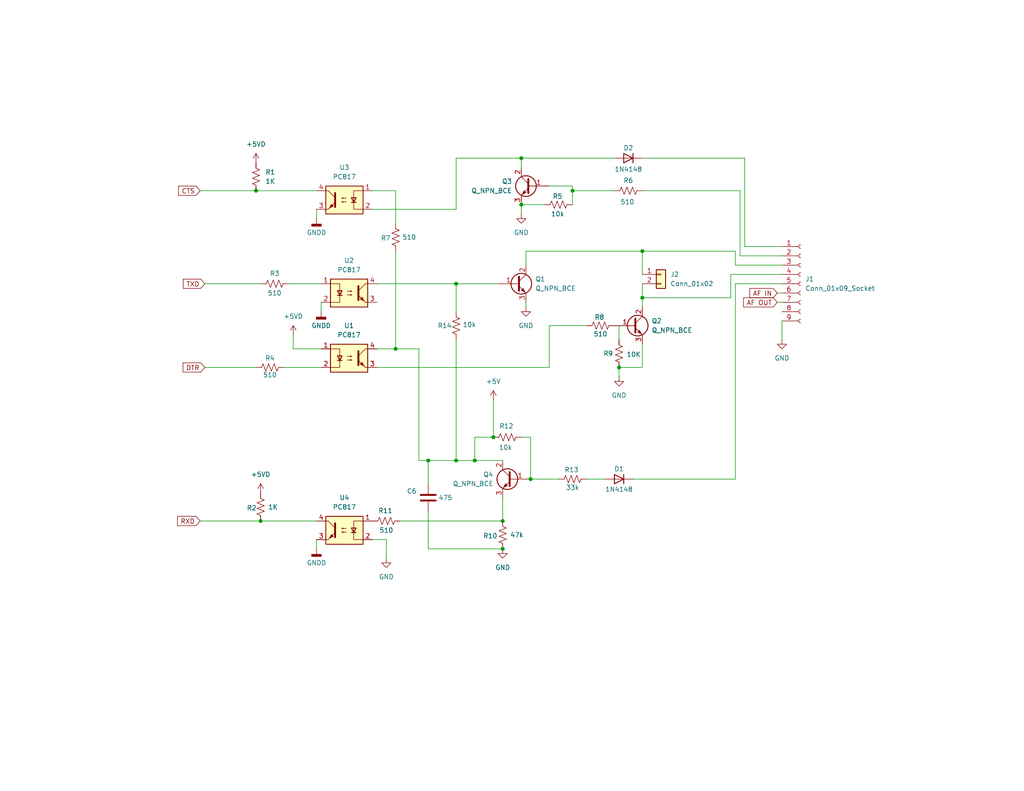
<source format=kicad_sch>
(kicad_sch
	(version 20231120)
	(generator "eeschema")
	(generator_version "8.0")
	(uuid "ed97cbd2-4daa-4059-a45b-aac6d6c7cfe9")
	(paper "USLetter")
	(title_block
		(title "Digital Modes - Radio Interface")
		(rev "0.96")
		(company "VA7DBI")
	)
	(lib_symbols
		(symbol "Connector:Conn_01x09_Socket"
			(pin_names
				(offset 1.016) hide)
			(exclude_from_sim no)
			(in_bom yes)
			(on_board yes)
			(property "Reference" "J"
				(at 0 12.7 0)
				(effects
					(font
						(size 1.27 1.27)
					)
				)
			)
			(property "Value" "Conn_01x09_Socket"
				(at 0 -12.7 0)
				(effects
					(font
						(size 1.27 1.27)
					)
				)
			)
			(property "Footprint" ""
				(at 0 0 0)
				(effects
					(font
						(size 1.27 1.27)
					)
					(hide yes)
				)
			)
			(property "Datasheet" "~"
				(at 0 0 0)
				(effects
					(font
						(size 1.27 1.27)
					)
					(hide yes)
				)
			)
			(property "Description" "Generic connector, single row, 01x09, script generated"
				(at 0 0 0)
				(effects
					(font
						(size 1.27 1.27)
					)
					(hide yes)
				)
			)
			(property "ki_locked" ""
				(at 0 0 0)
				(effects
					(font
						(size 1.27 1.27)
					)
				)
			)
			(property "ki_keywords" "connector"
				(at 0 0 0)
				(effects
					(font
						(size 1.27 1.27)
					)
					(hide yes)
				)
			)
			(property "ki_fp_filters" "Connector*:*_1x??_*"
				(at 0 0 0)
				(effects
					(font
						(size 1.27 1.27)
					)
					(hide yes)
				)
			)
			(symbol "Conn_01x09_Socket_1_1"
				(arc
					(start 0 -9.652)
					(mid -0.5058 -10.16)
					(end 0 -10.668)
					(stroke
						(width 0.1524)
						(type default)
					)
					(fill
						(type none)
					)
				)
				(arc
					(start 0 -7.112)
					(mid -0.5058 -7.62)
					(end 0 -8.128)
					(stroke
						(width 0.1524)
						(type default)
					)
					(fill
						(type none)
					)
				)
				(arc
					(start 0 -4.572)
					(mid -0.5058 -5.08)
					(end 0 -5.588)
					(stroke
						(width 0.1524)
						(type default)
					)
					(fill
						(type none)
					)
				)
				(arc
					(start 0 -2.032)
					(mid -0.5058 -2.54)
					(end 0 -3.048)
					(stroke
						(width 0.1524)
						(type default)
					)
					(fill
						(type none)
					)
				)
				(polyline
					(pts
						(xy -1.27 -10.16) (xy -0.508 -10.16)
					)
					(stroke
						(width 0.1524)
						(type default)
					)
					(fill
						(type none)
					)
				)
				(polyline
					(pts
						(xy -1.27 -7.62) (xy -0.508 -7.62)
					)
					(stroke
						(width 0.1524)
						(type default)
					)
					(fill
						(type none)
					)
				)
				(polyline
					(pts
						(xy -1.27 -5.08) (xy -0.508 -5.08)
					)
					(stroke
						(width 0.1524)
						(type default)
					)
					(fill
						(type none)
					)
				)
				(polyline
					(pts
						(xy -1.27 -2.54) (xy -0.508 -2.54)
					)
					(stroke
						(width 0.1524)
						(type default)
					)
					(fill
						(type none)
					)
				)
				(polyline
					(pts
						(xy -1.27 0) (xy -0.508 0)
					)
					(stroke
						(width 0.1524)
						(type default)
					)
					(fill
						(type none)
					)
				)
				(polyline
					(pts
						(xy -1.27 2.54) (xy -0.508 2.54)
					)
					(stroke
						(width 0.1524)
						(type default)
					)
					(fill
						(type none)
					)
				)
				(polyline
					(pts
						(xy -1.27 5.08) (xy -0.508 5.08)
					)
					(stroke
						(width 0.1524)
						(type default)
					)
					(fill
						(type none)
					)
				)
				(polyline
					(pts
						(xy -1.27 7.62) (xy -0.508 7.62)
					)
					(stroke
						(width 0.1524)
						(type default)
					)
					(fill
						(type none)
					)
				)
				(polyline
					(pts
						(xy -1.27 10.16) (xy -0.508 10.16)
					)
					(stroke
						(width 0.1524)
						(type default)
					)
					(fill
						(type none)
					)
				)
				(arc
					(start 0 0.508)
					(mid -0.5058 0)
					(end 0 -0.508)
					(stroke
						(width 0.1524)
						(type default)
					)
					(fill
						(type none)
					)
				)
				(arc
					(start 0 3.048)
					(mid -0.5058 2.54)
					(end 0 2.032)
					(stroke
						(width 0.1524)
						(type default)
					)
					(fill
						(type none)
					)
				)
				(arc
					(start 0 5.588)
					(mid -0.5058 5.08)
					(end 0 4.572)
					(stroke
						(width 0.1524)
						(type default)
					)
					(fill
						(type none)
					)
				)
				(arc
					(start 0 8.128)
					(mid -0.5058 7.62)
					(end 0 7.112)
					(stroke
						(width 0.1524)
						(type default)
					)
					(fill
						(type none)
					)
				)
				(arc
					(start 0 10.668)
					(mid -0.5058 10.16)
					(end 0 9.652)
					(stroke
						(width 0.1524)
						(type default)
					)
					(fill
						(type none)
					)
				)
				(pin passive line
					(at -5.08 10.16 0)
					(length 3.81)
					(name "Pin_1"
						(effects
							(font
								(size 1.27 1.27)
							)
						)
					)
					(number "1"
						(effects
							(font
								(size 1.27 1.27)
							)
						)
					)
				)
				(pin passive line
					(at -5.08 7.62 0)
					(length 3.81)
					(name "Pin_2"
						(effects
							(font
								(size 1.27 1.27)
							)
						)
					)
					(number "2"
						(effects
							(font
								(size 1.27 1.27)
							)
						)
					)
				)
				(pin passive line
					(at -5.08 5.08 0)
					(length 3.81)
					(name "Pin_3"
						(effects
							(font
								(size 1.27 1.27)
							)
						)
					)
					(number "3"
						(effects
							(font
								(size 1.27 1.27)
							)
						)
					)
				)
				(pin passive line
					(at -5.08 2.54 0)
					(length 3.81)
					(name "Pin_4"
						(effects
							(font
								(size 1.27 1.27)
							)
						)
					)
					(number "4"
						(effects
							(font
								(size 1.27 1.27)
							)
						)
					)
				)
				(pin passive line
					(at -5.08 0 0)
					(length 3.81)
					(name "Pin_5"
						(effects
							(font
								(size 1.27 1.27)
							)
						)
					)
					(number "5"
						(effects
							(font
								(size 1.27 1.27)
							)
						)
					)
				)
				(pin passive line
					(at -5.08 -2.54 0)
					(length 3.81)
					(name "Pin_6"
						(effects
							(font
								(size 1.27 1.27)
							)
						)
					)
					(number "6"
						(effects
							(font
								(size 1.27 1.27)
							)
						)
					)
				)
				(pin passive line
					(at -5.08 -5.08 0)
					(length 3.81)
					(name "Pin_7"
						(effects
							(font
								(size 1.27 1.27)
							)
						)
					)
					(number "7"
						(effects
							(font
								(size 1.27 1.27)
							)
						)
					)
				)
				(pin passive line
					(at -5.08 -7.62 0)
					(length 3.81)
					(name "Pin_8"
						(effects
							(font
								(size 1.27 1.27)
							)
						)
					)
					(number "8"
						(effects
							(font
								(size 1.27 1.27)
							)
						)
					)
				)
				(pin passive line
					(at -5.08 -10.16 0)
					(length 3.81)
					(name "Pin_9"
						(effects
							(font
								(size 1.27 1.27)
							)
						)
					)
					(number "9"
						(effects
							(font
								(size 1.27 1.27)
							)
						)
					)
				)
			)
		)
		(symbol "Connector_Generic:Conn_01x02"
			(pin_names
				(offset 1.016) hide)
			(exclude_from_sim no)
			(in_bom yes)
			(on_board yes)
			(property "Reference" "J"
				(at 0 2.54 0)
				(effects
					(font
						(size 1.27 1.27)
					)
				)
			)
			(property "Value" "Conn_01x02"
				(at 0 -5.08 0)
				(effects
					(font
						(size 1.27 1.27)
					)
				)
			)
			(property "Footprint" ""
				(at 0 0 0)
				(effects
					(font
						(size 1.27 1.27)
					)
					(hide yes)
				)
			)
			(property "Datasheet" "~"
				(at 0 0 0)
				(effects
					(font
						(size 1.27 1.27)
					)
					(hide yes)
				)
			)
			(property "Description" "Generic connector, single row, 01x02, script generated (kicad-library-utils/schlib/autogen/connector/)"
				(at 0 0 0)
				(effects
					(font
						(size 1.27 1.27)
					)
					(hide yes)
				)
			)
			(property "ki_keywords" "connector"
				(at 0 0 0)
				(effects
					(font
						(size 1.27 1.27)
					)
					(hide yes)
				)
			)
			(property "ki_fp_filters" "Connector*:*_1x??_*"
				(at 0 0 0)
				(effects
					(font
						(size 1.27 1.27)
					)
					(hide yes)
				)
			)
			(symbol "Conn_01x02_1_1"
				(rectangle
					(start -1.27 -2.413)
					(end 0 -2.667)
					(stroke
						(width 0.1524)
						(type default)
					)
					(fill
						(type none)
					)
				)
				(rectangle
					(start -1.27 0.127)
					(end 0 -0.127)
					(stroke
						(width 0.1524)
						(type default)
					)
					(fill
						(type none)
					)
				)
				(rectangle
					(start -1.27 1.27)
					(end 1.27 -3.81)
					(stroke
						(width 0.254)
						(type default)
					)
					(fill
						(type background)
					)
				)
				(pin passive line
					(at -5.08 0 0)
					(length 3.81)
					(name "Pin_1"
						(effects
							(font
								(size 1.27 1.27)
							)
						)
					)
					(number "1"
						(effects
							(font
								(size 1.27 1.27)
							)
						)
					)
				)
				(pin passive line
					(at -5.08 -2.54 0)
					(length 3.81)
					(name "Pin_2"
						(effects
							(font
								(size 1.27 1.27)
							)
						)
					)
					(number "2"
						(effects
							(font
								(size 1.27 1.27)
							)
						)
					)
				)
			)
		)
		(symbol "Device:C"
			(pin_numbers hide)
			(pin_names
				(offset 0.254)
			)
			(exclude_from_sim no)
			(in_bom yes)
			(on_board yes)
			(property "Reference" "C"
				(at 0.635 2.54 0)
				(effects
					(font
						(size 1.27 1.27)
					)
					(justify left)
				)
			)
			(property "Value" "C"
				(at 0.635 -2.54 0)
				(effects
					(font
						(size 1.27 1.27)
					)
					(justify left)
				)
			)
			(property "Footprint" ""
				(at 0.9652 -3.81 0)
				(effects
					(font
						(size 1.27 1.27)
					)
					(hide yes)
				)
			)
			(property "Datasheet" "~"
				(at 0 0 0)
				(effects
					(font
						(size 1.27 1.27)
					)
					(hide yes)
				)
			)
			(property "Description" "Unpolarized capacitor"
				(at 0 0 0)
				(effects
					(font
						(size 1.27 1.27)
					)
					(hide yes)
				)
			)
			(property "ki_keywords" "cap capacitor"
				(at 0 0 0)
				(effects
					(font
						(size 1.27 1.27)
					)
					(hide yes)
				)
			)
			(property "ki_fp_filters" "C_*"
				(at 0 0 0)
				(effects
					(font
						(size 1.27 1.27)
					)
					(hide yes)
				)
			)
			(symbol "C_0_1"
				(polyline
					(pts
						(xy -2.032 -0.762) (xy 2.032 -0.762)
					)
					(stroke
						(width 0.508)
						(type default)
					)
					(fill
						(type none)
					)
				)
				(polyline
					(pts
						(xy -2.032 0.762) (xy 2.032 0.762)
					)
					(stroke
						(width 0.508)
						(type default)
					)
					(fill
						(type none)
					)
				)
			)
			(symbol "C_1_1"
				(pin passive line
					(at 0 3.81 270)
					(length 2.794)
					(name "~"
						(effects
							(font
								(size 1.27 1.27)
							)
						)
					)
					(number "1"
						(effects
							(font
								(size 1.27 1.27)
							)
						)
					)
				)
				(pin passive line
					(at 0 -3.81 90)
					(length 2.794)
					(name "~"
						(effects
							(font
								(size 1.27 1.27)
							)
						)
					)
					(number "2"
						(effects
							(font
								(size 1.27 1.27)
							)
						)
					)
				)
			)
		)
		(symbol "Device:Q_NPN_BCE"
			(pin_names
				(offset 0) hide)
			(exclude_from_sim no)
			(in_bom yes)
			(on_board yes)
			(property "Reference" "Q"
				(at 5.08 1.27 0)
				(effects
					(font
						(size 1.27 1.27)
					)
					(justify left)
				)
			)
			(property "Value" "Q_NPN_BCE"
				(at 5.08 -1.27 0)
				(effects
					(font
						(size 1.27 1.27)
					)
					(justify left)
				)
			)
			(property "Footprint" ""
				(at 5.08 2.54 0)
				(effects
					(font
						(size 1.27 1.27)
					)
					(hide yes)
				)
			)
			(property "Datasheet" "~"
				(at 0 0 0)
				(effects
					(font
						(size 1.27 1.27)
					)
					(hide yes)
				)
			)
			(property "Description" "NPN transistor, base/collector/emitter"
				(at 0 0 0)
				(effects
					(font
						(size 1.27 1.27)
					)
					(hide yes)
				)
			)
			(property "ki_keywords" "transistor NPN"
				(at 0 0 0)
				(effects
					(font
						(size 1.27 1.27)
					)
					(hide yes)
				)
			)
			(symbol "Q_NPN_BCE_0_1"
				(polyline
					(pts
						(xy 0.635 0.635) (xy 2.54 2.54)
					)
					(stroke
						(width 0)
						(type default)
					)
					(fill
						(type none)
					)
				)
				(polyline
					(pts
						(xy 0.635 -0.635) (xy 2.54 -2.54) (xy 2.54 -2.54)
					)
					(stroke
						(width 0)
						(type default)
					)
					(fill
						(type none)
					)
				)
				(polyline
					(pts
						(xy 0.635 1.905) (xy 0.635 -1.905) (xy 0.635 -1.905)
					)
					(stroke
						(width 0.508)
						(type default)
					)
					(fill
						(type none)
					)
				)
				(polyline
					(pts
						(xy 1.27 -1.778) (xy 1.778 -1.27) (xy 2.286 -2.286) (xy 1.27 -1.778) (xy 1.27 -1.778)
					)
					(stroke
						(width 0)
						(type default)
					)
					(fill
						(type outline)
					)
				)
				(circle
					(center 1.27 0)
					(radius 2.8194)
					(stroke
						(width 0.254)
						(type default)
					)
					(fill
						(type none)
					)
				)
			)
			(symbol "Q_NPN_BCE_1_1"
				(pin input line
					(at -5.08 0 0)
					(length 5.715)
					(name "B"
						(effects
							(font
								(size 1.27 1.27)
							)
						)
					)
					(number "1"
						(effects
							(font
								(size 1.27 1.27)
							)
						)
					)
				)
				(pin passive line
					(at 2.54 5.08 270)
					(length 2.54)
					(name "C"
						(effects
							(font
								(size 1.27 1.27)
							)
						)
					)
					(number "2"
						(effects
							(font
								(size 1.27 1.27)
							)
						)
					)
				)
				(pin passive line
					(at 2.54 -5.08 90)
					(length 2.54)
					(name "E"
						(effects
							(font
								(size 1.27 1.27)
							)
						)
					)
					(number "3"
						(effects
							(font
								(size 1.27 1.27)
							)
						)
					)
				)
			)
		)
		(symbol "Device:R_US"
			(pin_numbers hide)
			(pin_names
				(offset 0)
			)
			(exclude_from_sim no)
			(in_bom yes)
			(on_board yes)
			(property "Reference" "R"
				(at 2.54 0 90)
				(effects
					(font
						(size 1.27 1.27)
					)
				)
			)
			(property "Value" "R_US"
				(at -2.54 0 90)
				(effects
					(font
						(size 1.27 1.27)
					)
				)
			)
			(property "Footprint" ""
				(at 1.016 -0.254 90)
				(effects
					(font
						(size 1.27 1.27)
					)
					(hide yes)
				)
			)
			(property "Datasheet" "~"
				(at 0 0 0)
				(effects
					(font
						(size 1.27 1.27)
					)
					(hide yes)
				)
			)
			(property "Description" "Resistor, US symbol"
				(at 0 0 0)
				(effects
					(font
						(size 1.27 1.27)
					)
					(hide yes)
				)
			)
			(property "ki_keywords" "R res resistor"
				(at 0 0 0)
				(effects
					(font
						(size 1.27 1.27)
					)
					(hide yes)
				)
			)
			(property "ki_fp_filters" "R_*"
				(at 0 0 0)
				(effects
					(font
						(size 1.27 1.27)
					)
					(hide yes)
				)
			)
			(symbol "R_US_0_1"
				(polyline
					(pts
						(xy 0 -2.286) (xy 0 -2.54)
					)
					(stroke
						(width 0)
						(type default)
					)
					(fill
						(type none)
					)
				)
				(polyline
					(pts
						(xy 0 2.286) (xy 0 2.54)
					)
					(stroke
						(width 0)
						(type default)
					)
					(fill
						(type none)
					)
				)
				(polyline
					(pts
						(xy 0 -0.762) (xy 1.016 -1.143) (xy 0 -1.524) (xy -1.016 -1.905) (xy 0 -2.286)
					)
					(stroke
						(width 0)
						(type default)
					)
					(fill
						(type none)
					)
				)
				(polyline
					(pts
						(xy 0 0.762) (xy 1.016 0.381) (xy 0 0) (xy -1.016 -0.381) (xy 0 -0.762)
					)
					(stroke
						(width 0)
						(type default)
					)
					(fill
						(type none)
					)
				)
				(polyline
					(pts
						(xy 0 2.286) (xy 1.016 1.905) (xy 0 1.524) (xy -1.016 1.143) (xy 0 0.762)
					)
					(stroke
						(width 0)
						(type default)
					)
					(fill
						(type none)
					)
				)
			)
			(symbol "R_US_1_1"
				(pin passive line
					(at 0 3.81 270)
					(length 1.27)
					(name "~"
						(effects
							(font
								(size 1.27 1.27)
							)
						)
					)
					(number "1"
						(effects
							(font
								(size 1.27 1.27)
							)
						)
					)
				)
				(pin passive line
					(at 0 -3.81 90)
					(length 1.27)
					(name "~"
						(effects
							(font
								(size 1.27 1.27)
							)
						)
					)
					(number "2"
						(effects
							(font
								(size 1.27 1.27)
							)
						)
					)
				)
			)
		)
		(symbol "Diode:1N4148"
			(pin_numbers hide)
			(pin_names hide)
			(exclude_from_sim no)
			(in_bom yes)
			(on_board yes)
			(property "Reference" "D"
				(at 0 2.54 0)
				(effects
					(font
						(size 1.27 1.27)
					)
				)
			)
			(property "Value" "1N4148"
				(at 0 -2.54 0)
				(effects
					(font
						(size 1.27 1.27)
					)
				)
			)
			(property "Footprint" "Diode_THT:D_DO-35_SOD27_P7.62mm_Horizontal"
				(at 0 0 0)
				(effects
					(font
						(size 1.27 1.27)
					)
					(hide yes)
				)
			)
			(property "Datasheet" "https://assets.nexperia.com/documents/data-sheet/1N4148_1N4448.pdf"
				(at 0 0 0)
				(effects
					(font
						(size 1.27 1.27)
					)
					(hide yes)
				)
			)
			(property "Description" "100V 0.15A standard switching diode, DO-35"
				(at 0 0 0)
				(effects
					(font
						(size 1.27 1.27)
					)
					(hide yes)
				)
			)
			(property "Sim.Device" "D"
				(at 0 0 0)
				(effects
					(font
						(size 1.27 1.27)
					)
					(hide yes)
				)
			)
			(property "Sim.Pins" "1=K 2=A"
				(at 0 0 0)
				(effects
					(font
						(size 1.27 1.27)
					)
					(hide yes)
				)
			)
			(property "ki_keywords" "diode"
				(at 0 0 0)
				(effects
					(font
						(size 1.27 1.27)
					)
					(hide yes)
				)
			)
			(property "ki_fp_filters" "D*DO?35*"
				(at 0 0 0)
				(effects
					(font
						(size 1.27 1.27)
					)
					(hide yes)
				)
			)
			(symbol "1N4148_0_1"
				(polyline
					(pts
						(xy -1.27 1.27) (xy -1.27 -1.27)
					)
					(stroke
						(width 0.254)
						(type default)
					)
					(fill
						(type none)
					)
				)
				(polyline
					(pts
						(xy 1.27 0) (xy -1.27 0)
					)
					(stroke
						(width 0)
						(type default)
					)
					(fill
						(type none)
					)
				)
				(polyline
					(pts
						(xy 1.27 1.27) (xy 1.27 -1.27) (xy -1.27 0) (xy 1.27 1.27)
					)
					(stroke
						(width 0.254)
						(type default)
					)
					(fill
						(type none)
					)
				)
			)
			(symbol "1N4148_1_1"
				(pin passive line
					(at -3.81 0 0)
					(length 2.54)
					(name "K"
						(effects
							(font
								(size 1.27 1.27)
							)
						)
					)
					(number "1"
						(effects
							(font
								(size 1.27 1.27)
							)
						)
					)
				)
				(pin passive line
					(at 3.81 0 180)
					(length 2.54)
					(name "A"
						(effects
							(font
								(size 1.27 1.27)
							)
						)
					)
					(number "2"
						(effects
							(font
								(size 1.27 1.27)
							)
						)
					)
				)
			)
		)
		(symbol "Isolator:PC817"
			(pin_names
				(offset 1.016)
			)
			(exclude_from_sim no)
			(in_bom yes)
			(on_board yes)
			(property "Reference" "U"
				(at -5.08 5.08 0)
				(effects
					(font
						(size 1.27 1.27)
					)
					(justify left)
				)
			)
			(property "Value" "PC817"
				(at 0 5.08 0)
				(effects
					(font
						(size 1.27 1.27)
					)
					(justify left)
				)
			)
			(property "Footprint" "Package_DIP:DIP-4_W7.62mm"
				(at -5.08 -5.08 0)
				(effects
					(font
						(size 1.27 1.27)
						(italic yes)
					)
					(justify left)
					(hide yes)
				)
			)
			(property "Datasheet" "http://www.soselectronic.cz/a_info/resource/d/pc817.pdf"
				(at 0 0 0)
				(effects
					(font
						(size 1.27 1.27)
					)
					(justify left)
					(hide yes)
				)
			)
			(property "Description" "DC Optocoupler, Vce 35V, CTR 50-300%, DIP-4"
				(at 0 0 0)
				(effects
					(font
						(size 1.27 1.27)
					)
					(hide yes)
				)
			)
			(property "ki_keywords" "NPN DC Optocoupler"
				(at 0 0 0)
				(effects
					(font
						(size 1.27 1.27)
					)
					(hide yes)
				)
			)
			(property "ki_fp_filters" "DIP*W7.62mm*"
				(at 0 0 0)
				(effects
					(font
						(size 1.27 1.27)
					)
					(hide yes)
				)
			)
			(symbol "PC817_0_1"
				(rectangle
					(start -5.08 3.81)
					(end 5.08 -3.81)
					(stroke
						(width 0.254)
						(type default)
					)
					(fill
						(type background)
					)
				)
				(polyline
					(pts
						(xy -3.175 -0.635) (xy -1.905 -0.635)
					)
					(stroke
						(width 0.254)
						(type default)
					)
					(fill
						(type none)
					)
				)
				(polyline
					(pts
						(xy 2.54 0.635) (xy 4.445 2.54)
					)
					(stroke
						(width 0)
						(type default)
					)
					(fill
						(type none)
					)
				)
				(polyline
					(pts
						(xy 4.445 -2.54) (xy 2.54 -0.635)
					)
					(stroke
						(width 0)
						(type default)
					)
					(fill
						(type outline)
					)
				)
				(polyline
					(pts
						(xy 4.445 -2.54) (xy 5.08 -2.54)
					)
					(stroke
						(width 0)
						(type default)
					)
					(fill
						(type none)
					)
				)
				(polyline
					(pts
						(xy 4.445 2.54) (xy 5.08 2.54)
					)
					(stroke
						(width 0)
						(type default)
					)
					(fill
						(type none)
					)
				)
				(polyline
					(pts
						(xy -5.08 2.54) (xy -2.54 2.54) (xy -2.54 -0.635)
					)
					(stroke
						(width 0)
						(type default)
					)
					(fill
						(type none)
					)
				)
				(polyline
					(pts
						(xy -2.54 -0.635) (xy -2.54 -2.54) (xy -5.08 -2.54)
					)
					(stroke
						(width 0)
						(type default)
					)
					(fill
						(type none)
					)
				)
				(polyline
					(pts
						(xy 2.54 1.905) (xy 2.54 -1.905) (xy 2.54 -1.905)
					)
					(stroke
						(width 0.508)
						(type default)
					)
					(fill
						(type none)
					)
				)
				(polyline
					(pts
						(xy -2.54 -0.635) (xy -3.175 0.635) (xy -1.905 0.635) (xy -2.54 -0.635)
					)
					(stroke
						(width 0.254)
						(type default)
					)
					(fill
						(type none)
					)
				)
				(polyline
					(pts
						(xy -0.508 -0.508) (xy 0.762 -0.508) (xy 0.381 -0.635) (xy 0.381 -0.381) (xy 0.762 -0.508)
					)
					(stroke
						(width 0)
						(type default)
					)
					(fill
						(type none)
					)
				)
				(polyline
					(pts
						(xy -0.508 0.508) (xy 0.762 0.508) (xy 0.381 0.381) (xy 0.381 0.635) (xy 0.762 0.508)
					)
					(stroke
						(width 0)
						(type default)
					)
					(fill
						(type none)
					)
				)
				(polyline
					(pts
						(xy 3.048 -1.651) (xy 3.556 -1.143) (xy 4.064 -2.159) (xy 3.048 -1.651) (xy 3.048 -1.651)
					)
					(stroke
						(width 0)
						(type default)
					)
					(fill
						(type outline)
					)
				)
			)
			(symbol "PC817_1_1"
				(pin passive line
					(at -7.62 2.54 0)
					(length 2.54)
					(name "~"
						(effects
							(font
								(size 1.27 1.27)
							)
						)
					)
					(number "1"
						(effects
							(font
								(size 1.27 1.27)
							)
						)
					)
				)
				(pin passive line
					(at -7.62 -2.54 0)
					(length 2.54)
					(name "~"
						(effects
							(font
								(size 1.27 1.27)
							)
						)
					)
					(number "2"
						(effects
							(font
								(size 1.27 1.27)
							)
						)
					)
				)
				(pin passive line
					(at 7.62 -2.54 180)
					(length 2.54)
					(name "~"
						(effects
							(font
								(size 1.27 1.27)
							)
						)
					)
					(number "3"
						(effects
							(font
								(size 1.27 1.27)
							)
						)
					)
				)
				(pin passive line
					(at 7.62 2.54 180)
					(length 2.54)
					(name "~"
						(effects
							(font
								(size 1.27 1.27)
							)
						)
					)
					(number "4"
						(effects
							(font
								(size 1.27 1.27)
							)
						)
					)
				)
			)
		)
		(symbol "power:+5VD"
			(power)
			(pin_numbers hide)
			(pin_names
				(offset 0) hide)
			(exclude_from_sim no)
			(in_bom yes)
			(on_board yes)
			(property "Reference" "#PWR"
				(at 0 -3.81 0)
				(effects
					(font
						(size 1.27 1.27)
					)
					(hide yes)
				)
			)
			(property "Value" "+5VD"
				(at 0 3.556 0)
				(effects
					(font
						(size 1.27 1.27)
					)
				)
			)
			(property "Footprint" ""
				(at 0 0 0)
				(effects
					(font
						(size 1.27 1.27)
					)
					(hide yes)
				)
			)
			(property "Datasheet" ""
				(at 0 0 0)
				(effects
					(font
						(size 1.27 1.27)
					)
					(hide yes)
				)
			)
			(property "Description" "Power symbol creates a global label with name \"+5VD\""
				(at 0 0 0)
				(effects
					(font
						(size 1.27 1.27)
					)
					(hide yes)
				)
			)
			(property "ki_keywords" "global power"
				(at 0 0 0)
				(effects
					(font
						(size 1.27 1.27)
					)
					(hide yes)
				)
			)
			(symbol "+5VD_0_1"
				(polyline
					(pts
						(xy -0.762 1.27) (xy 0 2.54)
					)
					(stroke
						(width 0)
						(type default)
					)
					(fill
						(type none)
					)
				)
				(polyline
					(pts
						(xy 0 0) (xy 0 2.54)
					)
					(stroke
						(width 0)
						(type default)
					)
					(fill
						(type none)
					)
				)
				(polyline
					(pts
						(xy 0 2.54) (xy 0.762 1.27)
					)
					(stroke
						(width 0)
						(type default)
					)
					(fill
						(type none)
					)
				)
			)
			(symbol "+5VD_1_1"
				(pin power_in line
					(at 0 0 90)
					(length 0)
					(name "~"
						(effects
							(font
								(size 1.27 1.27)
							)
						)
					)
					(number "1"
						(effects
							(font
								(size 1.27 1.27)
							)
						)
					)
				)
			)
		)
		(symbol "power:GND"
			(power)
			(pin_numbers hide)
			(pin_names
				(offset 0) hide)
			(exclude_from_sim no)
			(in_bom yes)
			(on_board yes)
			(property "Reference" "#PWR"
				(at 0 -6.35 0)
				(effects
					(font
						(size 1.27 1.27)
					)
					(hide yes)
				)
			)
			(property "Value" "GND"
				(at 0 -3.81 0)
				(effects
					(font
						(size 1.27 1.27)
					)
				)
			)
			(property "Footprint" ""
				(at 0 0 0)
				(effects
					(font
						(size 1.27 1.27)
					)
					(hide yes)
				)
			)
			(property "Datasheet" ""
				(at 0 0 0)
				(effects
					(font
						(size 1.27 1.27)
					)
					(hide yes)
				)
			)
			(property "Description" "Power symbol creates a global label with name \"GND\" , ground"
				(at 0 0 0)
				(effects
					(font
						(size 1.27 1.27)
					)
					(hide yes)
				)
			)
			(property "ki_keywords" "global power"
				(at 0 0 0)
				(effects
					(font
						(size 1.27 1.27)
					)
					(hide yes)
				)
			)
			(symbol "GND_0_1"
				(polyline
					(pts
						(xy 0 0) (xy 0 -1.27) (xy 1.27 -1.27) (xy 0 -2.54) (xy -1.27 -1.27) (xy 0 -1.27)
					)
					(stroke
						(width 0)
						(type default)
					)
					(fill
						(type none)
					)
				)
			)
			(symbol "GND_1_1"
				(pin power_in line
					(at 0 0 270)
					(length 0)
					(name "~"
						(effects
							(font
								(size 1.27 1.27)
							)
						)
					)
					(number "1"
						(effects
							(font
								(size 1.27 1.27)
							)
						)
					)
				)
			)
		)
		(symbol "power:GNDD"
			(power)
			(pin_numbers hide)
			(pin_names
				(offset 0) hide)
			(exclude_from_sim no)
			(in_bom yes)
			(on_board yes)
			(property "Reference" "#PWR"
				(at 0 -6.35 0)
				(effects
					(font
						(size 1.27 1.27)
					)
					(hide yes)
				)
			)
			(property "Value" "GNDD"
				(at 0 -3.175 0)
				(effects
					(font
						(size 1.27 1.27)
					)
				)
			)
			(property "Footprint" ""
				(at 0 0 0)
				(effects
					(font
						(size 1.27 1.27)
					)
					(hide yes)
				)
			)
			(property "Datasheet" ""
				(at 0 0 0)
				(effects
					(font
						(size 1.27 1.27)
					)
					(hide yes)
				)
			)
			(property "Description" "Power symbol creates a global label with name \"GNDD\" , digital ground"
				(at 0 0 0)
				(effects
					(font
						(size 1.27 1.27)
					)
					(hide yes)
				)
			)
			(property "ki_keywords" "global power"
				(at 0 0 0)
				(effects
					(font
						(size 1.27 1.27)
					)
					(hide yes)
				)
			)
			(symbol "GNDD_0_1"
				(rectangle
					(start -1.27 -1.524)
					(end 1.27 -2.032)
					(stroke
						(width 0.254)
						(type default)
					)
					(fill
						(type outline)
					)
				)
				(polyline
					(pts
						(xy 0 0) (xy 0 -1.524)
					)
					(stroke
						(width 0)
						(type default)
					)
					(fill
						(type none)
					)
				)
			)
			(symbol "GNDD_1_1"
				(pin power_in line
					(at 0 0 270)
					(length 0)
					(name "~"
						(effects
							(font
								(size 1.27 1.27)
							)
						)
					)
					(number "1"
						(effects
							(font
								(size 1.27 1.27)
							)
						)
					)
				)
			)
		)
	)
	(junction
		(at 124.46 77.47)
		(diameter 0)
		(color 0 0 0 0)
		(uuid "0e8c33c6-a123-433b-a5f5-522c5e0792d1")
	)
	(junction
		(at 142.24 55.88)
		(diameter 0)
		(color 0 0 0 0)
		(uuid "149d9de3-428a-4bcf-9973-20f5aa396e99")
	)
	(junction
		(at 137.16 142.24)
		(diameter 0)
		(color 0 0 0 0)
		(uuid "38f397e5-1ed7-486d-b653-f00bf3fa7ec2")
	)
	(junction
		(at 168.91 100.33)
		(diameter 0)
		(color 0 0 0 0)
		(uuid "3922ceeb-7f2e-4f6b-9a1a-a7a777a189dd")
	)
	(junction
		(at 124.46 125.73)
		(diameter 0)
		(color 0 0 0 0)
		(uuid "3985486a-b0d5-4de4-aef0-4a85eb473857")
	)
	(junction
		(at 107.95 95.25)
		(diameter 0)
		(color 0 0 0 0)
		(uuid "4d4c2ad2-2107-410f-98f8-e0047409581a")
	)
	(junction
		(at 69.85 52.07)
		(diameter 0)
		(color 0 0 0 0)
		(uuid "58fc660b-d68f-4863-a4a4-e269d10b0b19")
	)
	(junction
		(at 137.16 149.86)
		(diameter 0)
		(color 0 0 0 0)
		(uuid "6038681c-78f1-4c7a-bb01-58a02344c7de")
	)
	(junction
		(at 175.26 81.28)
		(diameter 0)
		(color 0 0 0 0)
		(uuid "650540b7-2e1b-41a9-b2b9-da4b3b18bc24")
	)
	(junction
		(at 116.84 125.73)
		(diameter 0)
		(color 0 0 0 0)
		(uuid "6ab0ff3b-26a8-49d2-9fb9-a9dc5aac5819")
	)
	(junction
		(at 129.54 125.73)
		(diameter 0)
		(color 0 0 0 0)
		(uuid "6b6c843b-3b77-46eb-93dc-9f811331a4a7")
	)
	(junction
		(at 144.78 130.81)
		(diameter 0)
		(color 0 0 0 0)
		(uuid "8138d99e-fd93-47ff-9472-587ec62d26a8")
	)
	(junction
		(at 71.12 142.24)
		(diameter 0)
		(color 0 0 0 0)
		(uuid "939b14ab-7e62-4d7b-a823-8dce690be5e8")
	)
	(junction
		(at 142.24 43.18)
		(diameter 0)
		(color 0 0 0 0)
		(uuid "d7ad39b6-de64-4063-b074-0d0c508fd31e")
	)
	(junction
		(at 175.26 68.58)
		(diameter 0)
		(color 0 0 0 0)
		(uuid "d7afdcb1-a7ab-4195-b7a8-665fa1e0f086")
	)
	(junction
		(at 156.21 52.07)
		(diameter 0)
		(color 0 0 0 0)
		(uuid "e42c4835-09ad-4b22-8244-109504c9e405")
	)
	(junction
		(at 134.62 119.38)
		(diameter 0)
		(color 0 0 0 0)
		(uuid "fed6e4da-efe4-468b-b6d7-28bbb9b2ac82")
	)
	(wire
		(pts
			(xy 54.61 142.24) (xy 71.12 142.24)
		)
		(stroke
			(width 0)
			(type default)
		)
		(uuid "03b159b3-f7ea-4802-ba32-56a96495a12e")
	)
	(wire
		(pts
			(xy 116.84 139.7) (xy 116.84 149.86)
		)
		(stroke
			(width 0)
			(type default)
		)
		(uuid "0cdc1c7f-c4dd-4092-a0b1-ba4b322c3361")
	)
	(wire
		(pts
			(xy 102.87 100.33) (xy 149.86 100.33)
		)
		(stroke
			(width 0)
			(type default)
		)
		(uuid "10e1408c-9637-4e57-80a0-2800add0e6de")
	)
	(wire
		(pts
			(xy 156.21 52.07) (xy 156.21 55.88)
		)
		(stroke
			(width 0)
			(type default)
		)
		(uuid "19a8fae8-fdf4-46dc-ac5b-2d31a06c3d48")
	)
	(wire
		(pts
			(xy 114.3 95.25) (xy 114.3 125.73)
		)
		(stroke
			(width 0)
			(type default)
		)
		(uuid "1ec62fc1-7c2e-41e9-b619-4a4b6d658598")
	)
	(wire
		(pts
			(xy 175.26 43.18) (xy 203.2 43.18)
		)
		(stroke
			(width 0)
			(type default)
		)
		(uuid "1fa2fe68-afa0-4eeb-9d6c-3c551790456f")
	)
	(wire
		(pts
			(xy 175.26 81.28) (xy 199.39 81.28)
		)
		(stroke
			(width 0)
			(type default)
		)
		(uuid "20843664-3ee3-46f5-8c2e-114474a0cc35")
	)
	(wire
		(pts
			(xy 78.74 77.47) (xy 87.63 77.47)
		)
		(stroke
			(width 0)
			(type default)
		)
		(uuid "27091c7a-b5cc-4ccf-8e70-70d726a7a60d")
	)
	(wire
		(pts
			(xy 156.21 52.07) (xy 167.64 52.07)
		)
		(stroke
			(width 0)
			(type default)
		)
		(uuid "27bcbe63-e702-4ed9-8303-6fc913c4c4d2")
	)
	(wire
		(pts
			(xy 175.26 81.28) (xy 175.26 83.82)
		)
		(stroke
			(width 0)
			(type default)
		)
		(uuid "28736aa8-2ef4-4ec7-8eb0-6cec3d387843")
	)
	(wire
		(pts
			(xy 143.51 82.55) (xy 143.51 83.82)
		)
		(stroke
			(width 0)
			(type default)
		)
		(uuid "29a79014-a864-4ca8-a8b7-700fd493b643")
	)
	(wire
		(pts
			(xy 101.6 147.32) (xy 105.41 147.32)
		)
		(stroke
			(width 0)
			(type default)
		)
		(uuid "2a230a05-3c99-42c1-a316-594a8d9d44cb")
	)
	(wire
		(pts
			(xy 175.26 68.58) (xy 200.66 68.58)
		)
		(stroke
			(width 0)
			(type default)
		)
		(uuid "2ab820d6-7bbf-4784-96a9-63d3b2e4ab9e")
	)
	(wire
		(pts
			(xy 172.72 130.81) (xy 200.66 130.81)
		)
		(stroke
			(width 0)
			(type default)
		)
		(uuid "2bb0138c-3ffe-4313-b653-d01f190e7c7d")
	)
	(wire
		(pts
			(xy 149.86 50.8) (xy 156.21 50.8)
		)
		(stroke
			(width 0)
			(type default)
		)
		(uuid "2e05480f-4e9e-4ac7-885d-114d6f94463d")
	)
	(wire
		(pts
			(xy 149.86 88.9) (xy 160.02 88.9)
		)
		(stroke
			(width 0)
			(type default)
		)
		(uuid "3045f54b-54f9-4aeb-9d69-aa541a0c60c0")
	)
	(wire
		(pts
			(xy 116.84 125.73) (xy 124.46 125.73)
		)
		(stroke
			(width 0)
			(type default)
		)
		(uuid "31cf6bda-1958-42b5-b9b6-18605375e34f")
	)
	(wire
		(pts
			(xy 175.26 52.07) (xy 201.93 52.07)
		)
		(stroke
			(width 0)
			(type default)
		)
		(uuid "33826f48-d006-427d-822a-426d45d9e0c2")
	)
	(wire
		(pts
			(xy 114.3 125.73) (xy 116.84 125.73)
		)
		(stroke
			(width 0)
			(type default)
		)
		(uuid "359299f3-cb28-4421-b043-5bf3ef8cc7af")
	)
	(wire
		(pts
			(xy 142.24 55.88) (xy 142.24 58.42)
		)
		(stroke
			(width 0)
			(type default)
		)
		(uuid "3bc851ae-664f-477d-9752-7dd4e954e806")
	)
	(wire
		(pts
			(xy 144.78 130.81) (xy 152.4 130.81)
		)
		(stroke
			(width 0)
			(type default)
		)
		(uuid "3fef0f85-a46d-46a7-881a-56de68056357")
	)
	(wire
		(pts
			(xy 203.2 43.18) (xy 203.2 67.31)
		)
		(stroke
			(width 0)
			(type default)
		)
		(uuid "43f8b4aa-d321-420f-bd90-665e5fa6625c")
	)
	(wire
		(pts
			(xy 199.39 81.28) (xy 199.39 74.93)
		)
		(stroke
			(width 0)
			(type default)
		)
		(uuid "447f267f-e94b-4616-868a-738e0bbd4e1d")
	)
	(wire
		(pts
			(xy 142.24 43.18) (xy 142.24 45.72)
		)
		(stroke
			(width 0)
			(type default)
		)
		(uuid "44e11a76-9816-4f23-9a93-d0bf961b9391")
	)
	(wire
		(pts
			(xy 143.51 68.58) (xy 143.51 72.39)
		)
		(stroke
			(width 0)
			(type default)
		)
		(uuid "460d5c05-c916-46f1-bce2-3c30a97a0dbb")
	)
	(wire
		(pts
			(xy 143.51 68.58) (xy 175.26 68.58)
		)
		(stroke
			(width 0)
			(type default)
		)
		(uuid "49c6c200-16cf-4e87-a5e4-69f0df86ac64")
	)
	(wire
		(pts
			(xy 86.36 57.15) (xy 86.36 59.69)
		)
		(stroke
			(width 0)
			(type default)
		)
		(uuid "535704cc-e60c-4cec-89ab-af04d0566f0a")
	)
	(wire
		(pts
			(xy 107.95 95.25) (xy 114.3 95.25)
		)
		(stroke
			(width 0)
			(type default)
		)
		(uuid "5601c0d9-6899-4ae0-97b6-36ddbeac2291")
	)
	(wire
		(pts
			(xy 69.85 52.07) (xy 86.36 52.07)
		)
		(stroke
			(width 0)
			(type default)
		)
		(uuid "5e96e83b-7a33-41d6-adce-4dd8ed757b7c")
	)
	(wire
		(pts
			(xy 168.91 100.33) (xy 168.91 102.87)
		)
		(stroke
			(width 0)
			(type default)
		)
		(uuid "5ef8c9db-7fd8-4852-b09b-2716e98f32d1")
	)
	(wire
		(pts
			(xy 101.6 57.15) (xy 124.46 57.15)
		)
		(stroke
			(width 0)
			(type default)
		)
		(uuid "6095c220-4502-4d95-994e-5407ddb6259b")
	)
	(wire
		(pts
			(xy 80.01 91.44) (xy 80.01 95.25)
		)
		(stroke
			(width 0)
			(type default)
		)
		(uuid "61398796-1dfe-46ca-845a-374c06d99301")
	)
	(wire
		(pts
			(xy 129.54 125.73) (xy 137.16 125.73)
		)
		(stroke
			(width 0)
			(type default)
		)
		(uuid "678c0d16-8e45-42d5-9301-99b4c2c80492")
	)
	(wire
		(pts
			(xy 144.78 130.81) (xy 144.78 119.38)
		)
		(stroke
			(width 0)
			(type default)
		)
		(uuid "69fca02b-ac5a-4a3f-95e7-b3dbf911159b")
	)
	(wire
		(pts
			(xy 175.26 77.47) (xy 175.26 81.28)
		)
		(stroke
			(width 0)
			(type default)
		)
		(uuid "6aae62b5-fc7b-4cab-bd2f-36e78bcb180c")
	)
	(wire
		(pts
			(xy 149.86 100.33) (xy 149.86 88.9)
		)
		(stroke
			(width 0)
			(type default)
		)
		(uuid "6f9e89ff-d232-430a-88b7-da7715199f56")
	)
	(wire
		(pts
			(xy 213.36 87.63) (xy 213.36 92.71)
		)
		(stroke
			(width 0)
			(type default)
		)
		(uuid "7144ba19-903a-4340-b547-f23249110387")
	)
	(wire
		(pts
			(xy 175.26 93.98) (xy 175.26 100.33)
		)
		(stroke
			(width 0)
			(type default)
		)
		(uuid "71789ec3-ac3c-4590-b841-e5e5b4c84d1c")
	)
	(wire
		(pts
			(xy 86.36 147.32) (xy 86.36 149.86)
		)
		(stroke
			(width 0)
			(type default)
		)
		(uuid "7a24d48b-930e-4580-94be-b389d912faa8")
	)
	(wire
		(pts
			(xy 137.16 142.24) (xy 137.16 135.89)
		)
		(stroke
			(width 0)
			(type default)
		)
		(uuid "7a59d3e9-85f4-4bf7-b9b4-f447a01f54df")
	)
	(wire
		(pts
			(xy 201.93 52.07) (xy 201.93 69.85)
		)
		(stroke
			(width 0)
			(type default)
		)
		(uuid "80423a6c-b6be-4e52-ac94-f011cba5547d")
	)
	(wire
		(pts
			(xy 107.95 95.25) (xy 107.95 68.58)
		)
		(stroke
			(width 0)
			(type default)
		)
		(uuid "81a67b48-1052-4419-9427-d4362a88ce3e")
	)
	(wire
		(pts
			(xy 212.09 80.01) (xy 213.36 80.01)
		)
		(stroke
			(width 0)
			(type default)
		)
		(uuid "81e3dfba-8f9e-4642-a580-ac038bf7d6e9")
	)
	(wire
		(pts
			(xy 107.95 52.07) (xy 101.6 52.07)
		)
		(stroke
			(width 0)
			(type default)
		)
		(uuid "87873ec7-8e42-4fee-ae7d-418dd5b92504")
	)
	(wire
		(pts
			(xy 134.62 119.38) (xy 129.54 119.38)
		)
		(stroke
			(width 0)
			(type default)
		)
		(uuid "90cc40c1-edb4-49e3-8f5e-7c9c01c228df")
	)
	(wire
		(pts
			(xy 142.24 55.88) (xy 148.59 55.88)
		)
		(stroke
			(width 0)
			(type default)
		)
		(uuid "94b60a54-1537-4349-8ec9-826100831bc8")
	)
	(wire
		(pts
			(xy 54.61 52.07) (xy 69.85 52.07)
		)
		(stroke
			(width 0)
			(type default)
		)
		(uuid "96c09a62-b0aa-45b6-9995-e40b0b3e4c30")
	)
	(wire
		(pts
			(xy 165.1 130.81) (xy 160.02 130.81)
		)
		(stroke
			(width 0)
			(type default)
		)
		(uuid "9aa2ff5a-4ebb-47f8-91d3-8e4f22e30ced")
	)
	(wire
		(pts
			(xy 124.46 92.71) (xy 124.46 125.73)
		)
		(stroke
			(width 0)
			(type default)
		)
		(uuid "9ab73d57-94fe-4c64-8252-e8ead25431b4")
	)
	(wire
		(pts
			(xy 80.01 95.25) (xy 87.63 95.25)
		)
		(stroke
			(width 0)
			(type default)
		)
		(uuid "9bd4ea37-935c-4f33-b9c5-0fb258c9f988")
	)
	(wire
		(pts
			(xy 55.88 77.47) (xy 71.12 77.47)
		)
		(stroke
			(width 0)
			(type default)
		)
		(uuid "9ea03789-cb60-4773-a8f3-e86b1f2a1381")
	)
	(wire
		(pts
			(xy 200.66 77.47) (xy 213.36 77.47)
		)
		(stroke
			(width 0)
			(type default)
		)
		(uuid "9eabb9ef-c064-409c-8ca2-4cf6328728c3")
	)
	(wire
		(pts
			(xy 129.54 119.38) (xy 129.54 125.73)
		)
		(stroke
			(width 0)
			(type default)
		)
		(uuid "9ec7bae9-f793-4bb3-a621-b5a65fa21693")
	)
	(wire
		(pts
			(xy 199.39 74.93) (xy 213.36 74.93)
		)
		(stroke
			(width 0)
			(type default)
		)
		(uuid "a4f8d525-fbd3-4589-8899-31de73a2840b")
	)
	(wire
		(pts
			(xy 212.09 82.55) (xy 213.36 82.55)
		)
		(stroke
			(width 0)
			(type default)
		)
		(uuid "a6218af1-57f5-4c44-b4cc-43891919b7e9")
	)
	(wire
		(pts
			(xy 124.46 43.18) (xy 142.24 43.18)
		)
		(stroke
			(width 0)
			(type default)
		)
		(uuid "acb64a13-6c62-485b-b161-c7fa7829a402")
	)
	(wire
		(pts
			(xy 142.24 43.18) (xy 167.64 43.18)
		)
		(stroke
			(width 0)
			(type default)
		)
		(uuid "adee880e-169c-4a4f-bb8d-41aca0913dad")
	)
	(wire
		(pts
			(xy 109.22 142.24) (xy 137.16 142.24)
		)
		(stroke
			(width 0)
			(type default)
		)
		(uuid "afcbcea7-5f15-4bc0-bcc4-0cef903a1ea6")
	)
	(wire
		(pts
			(xy 124.46 77.47) (xy 135.89 77.47)
		)
		(stroke
			(width 0)
			(type default)
		)
		(uuid "b1bfe842-7a92-4d57-b6db-1dab23d43d32")
	)
	(wire
		(pts
			(xy 200.66 130.81) (xy 200.66 77.47)
		)
		(stroke
			(width 0)
			(type default)
		)
		(uuid "b288d050-81a2-4a66-b46e-67006d1481ee")
	)
	(wire
		(pts
			(xy 200.66 72.39) (xy 213.36 72.39)
		)
		(stroke
			(width 0)
			(type default)
		)
		(uuid "b28de6d5-a4ee-44c6-8841-e981f10b6391")
	)
	(wire
		(pts
			(xy 102.87 95.25) (xy 107.95 95.25)
		)
		(stroke
			(width 0)
			(type default)
		)
		(uuid "b81d33be-a639-45fe-8c61-e2bf9de0808b")
	)
	(wire
		(pts
			(xy 134.62 109.22) (xy 134.62 119.38)
		)
		(stroke
			(width 0)
			(type default)
		)
		(uuid "b8479400-683d-483d-9ea8-1fae69bd1853")
	)
	(wire
		(pts
			(xy 116.84 125.73) (xy 116.84 132.08)
		)
		(stroke
			(width 0)
			(type default)
		)
		(uuid "bb91393e-3dcf-432a-bbf1-8325a3b35950")
	)
	(wire
		(pts
			(xy 124.46 57.15) (xy 124.46 43.18)
		)
		(stroke
			(width 0)
			(type default)
		)
		(uuid "bdc2d1c6-b87d-48db-a62a-d00dde6ad184")
	)
	(wire
		(pts
			(xy 124.46 125.73) (xy 129.54 125.73)
		)
		(stroke
			(width 0)
			(type default)
		)
		(uuid "c1636394-b0ba-4503-9b06-40586846f611")
	)
	(wire
		(pts
			(xy 107.95 60.96) (xy 107.95 52.07)
		)
		(stroke
			(width 0)
			(type default)
		)
		(uuid "c3240c8b-999d-493c-a2b0-1a12f98243c3")
	)
	(wire
		(pts
			(xy 201.93 69.85) (xy 213.36 69.85)
		)
		(stroke
			(width 0)
			(type default)
		)
		(uuid "c8c0b7ae-e9fd-43b1-a7c6-213ef44aedeb")
	)
	(wire
		(pts
			(xy 203.2 67.31) (xy 213.36 67.31)
		)
		(stroke
			(width 0)
			(type default)
		)
		(uuid "c972c152-e5eb-4ca6-8f9b-03d719c3bc6c")
	)
	(wire
		(pts
			(xy 175.26 100.33) (xy 168.91 100.33)
		)
		(stroke
			(width 0)
			(type default)
		)
		(uuid "cd520144-d802-4370-8a3e-b22028d18da3")
	)
	(wire
		(pts
			(xy 156.21 50.8) (xy 156.21 52.07)
		)
		(stroke
			(width 0)
			(type default)
		)
		(uuid "d13b201f-c18a-491b-ae98-b63543e7124b")
	)
	(wire
		(pts
			(xy 116.84 149.86) (xy 137.16 149.86)
		)
		(stroke
			(width 0)
			(type default)
		)
		(uuid "dae4b6ac-b623-4d54-bd12-7a3c46899d4e")
	)
	(wire
		(pts
			(xy 124.46 77.47) (xy 124.46 85.09)
		)
		(stroke
			(width 0)
			(type default)
		)
		(uuid "dde2b364-c37a-44e8-b183-d96f7792588b")
	)
	(wire
		(pts
			(xy 175.26 68.58) (xy 175.26 74.93)
		)
		(stroke
			(width 0)
			(type default)
		)
		(uuid "df02a1b3-71b3-4e66-ac1b-7615a91e89b3")
	)
	(wire
		(pts
			(xy 77.47 100.33) (xy 87.63 100.33)
		)
		(stroke
			(width 0)
			(type default)
		)
		(uuid "df15b6a0-3a9e-44da-a001-e3597af78b94")
	)
	(wire
		(pts
			(xy 105.41 147.32) (xy 105.41 152.4)
		)
		(stroke
			(width 0)
			(type default)
		)
		(uuid "e4f5dfe6-4658-4e58-b6ea-552d1ffbca5c")
	)
	(wire
		(pts
			(xy 144.78 119.38) (xy 142.24 119.38)
		)
		(stroke
			(width 0)
			(type default)
		)
		(uuid "e8fe283c-05ba-4802-baf5-7ee321d6a394")
	)
	(wire
		(pts
			(xy 87.63 82.55) (xy 87.63 85.09)
		)
		(stroke
			(width 0)
			(type default)
		)
		(uuid "ea7b3230-d8b8-4df8-915a-fcad6f44e9f7")
	)
	(wire
		(pts
			(xy 102.87 77.47) (xy 124.46 77.47)
		)
		(stroke
			(width 0)
			(type default)
		)
		(uuid "eb49251a-6a05-4b2c-8e03-1273bce7c02f")
	)
	(wire
		(pts
			(xy 168.91 88.9) (xy 168.91 92.71)
		)
		(stroke
			(width 0)
			(type default)
		)
		(uuid "ed955af2-a9f2-4f3e-9760-47b4d4426c82")
	)
	(wire
		(pts
			(xy 71.12 142.24) (xy 86.36 142.24)
		)
		(stroke
			(width 0)
			(type default)
		)
		(uuid "f3864cd9-d7e5-458a-ba68-f89f0fecbba2")
	)
	(wire
		(pts
			(xy 55.88 100.33) (xy 69.85 100.33)
		)
		(stroke
			(width 0)
			(type default)
		)
		(uuid "f3ddc22f-b2c1-419f-a882-d77a4a7663b0")
	)
	(wire
		(pts
			(xy 200.66 68.58) (xy 200.66 72.39)
		)
		(stroke
			(width 0)
			(type default)
		)
		(uuid "f50f5ce3-159a-40b0-9d1c-976e750265e3")
	)
	(global_label "DTR"
		(shape input)
		(at 55.88 100.33 180)
		(fields_autoplaced yes)
		(effects
			(font
				(size 1.27 1.27)
			)
			(justify right)
		)
		(uuid "47bc6691-0b46-400a-8bb2-16f5acfcaccc")
		(property "Intersheetrefs" "${INTERSHEET_REFS}"
			(at 49.3872 100.33 0)
			(effects
				(font
					(size 1.27 1.27)
				)
				(justify right)
				(hide yes)
			)
		)
	)
	(global_label "RXD"
		(shape input)
		(at 54.61 142.24 180)
		(fields_autoplaced yes)
		(effects
			(font
				(size 1.27 1.27)
			)
			(justify right)
		)
		(uuid "809af08a-7d50-491f-b3e0-9f91e572e992")
		(property "Intersheetrefs" "${INTERSHEET_REFS}"
			(at 47.8753 142.24 0)
			(effects
				(font
					(size 1.27 1.27)
				)
				(justify right)
				(hide yes)
			)
		)
	)
	(global_label "CTS"
		(shape input)
		(at 54.61 52.07 180)
		(fields_autoplaced yes)
		(effects
			(font
				(size 1.27 1.27)
			)
			(justify right)
		)
		(uuid "8e941477-2711-4c50-8fb0-fbeb155ec5af")
		(property "Intersheetrefs" "${INTERSHEET_REFS}"
			(at 48.1777 52.07 0)
			(effects
				(font
					(size 1.27 1.27)
				)
				(justify right)
				(hide yes)
			)
		)
	)
	(global_label "AF IN"
		(shape input)
		(at 212.09 80.01 180)
		(fields_autoplaced yes)
		(effects
			(font
				(size 1.27 1.27)
			)
			(justify right)
		)
		(uuid "b8e0eb5e-67c8-4a33-a24a-73243fb93d8a")
		(property "Intersheetrefs" "${INTERSHEET_REFS}"
			(at 204.0247 80.01 0)
			(effects
				(font
					(size 1.27 1.27)
				)
				(justify right)
				(hide yes)
			)
		)
	)
	(global_label "TXD"
		(shape input)
		(at 55.88 77.47 180)
		(fields_autoplaced yes)
		(effects
			(font
				(size 1.27 1.27)
			)
			(justify right)
		)
		(uuid "f2efda9a-3b78-4880-8a7f-be6dc5f964fa")
		(property "Intersheetrefs" "${INTERSHEET_REFS}"
			(at 49.4477 77.47 0)
			(effects
				(font
					(size 1.27 1.27)
				)
				(justify right)
				(hide yes)
			)
		)
	)
	(global_label "AF OUT"
		(shape input)
		(at 212.09 82.55 180)
		(fields_autoplaced yes)
		(effects
			(font
				(size 1.27 1.27)
			)
			(justify right)
		)
		(uuid "ffbb9318-3df7-4235-979b-fa036f217cff")
		(property "Intersheetrefs" "${INTERSHEET_REFS}"
			(at 202.3314 82.55 0)
			(effects
				(font
					(size 1.27 1.27)
				)
				(justify right)
				(hide yes)
			)
		)
	)
	(symbol
		(lib_id "Device:R_US")
		(at 168.91 96.52 180)
		(unit 1)
		(exclude_from_sim no)
		(in_bom yes)
		(on_board yes)
		(dnp no)
		(uuid "012e9540-3c76-4e99-bfbd-98f905365472")
		(property "Reference" "R9"
			(at 164.592 96.52 0)
			(effects
				(font
					(size 1.27 1.27)
				)
				(justify right)
			)
		)
		(property "Value" "10K"
			(at 170.942 96.774 0)
			(effects
				(font
					(size 1.27 1.27)
				)
				(justify right)
			)
		)
		(property "Footprint" ""
			(at 167.894 96.266 90)
			(effects
				(font
					(size 1.27 1.27)
				)
				(hide yes)
			)
		)
		(property "Datasheet" "~"
			(at 168.91 96.52 0)
			(effects
				(font
					(size 1.27 1.27)
				)
				(hide yes)
			)
		)
		(property "Description" "Resistor, US symbol"
			(at 168.91 96.52 0)
			(effects
				(font
					(size 1.27 1.27)
				)
				(hide yes)
			)
		)
		(pin "1"
			(uuid "97aa940e-2004-4cfa-b84f-844ec3e4b712")
		)
		(pin "2"
			(uuid "90a0de80-0d3c-44ed-a495-d3edca8fa040")
		)
		(instances
			(project "digital-mode-radio-interface"
				(path "/a0d4bcf6-6cac-4e92-853e-9083f008b231/5be03843-bf2f-4035-a78f-735620bc1a32"
					(reference "R9")
					(unit 1)
				)
			)
		)
	)
	(symbol
		(lib_id "power:GNDD")
		(at 86.36 59.69 0)
		(unit 1)
		(exclude_from_sim no)
		(in_bom yes)
		(on_board yes)
		(dnp no)
		(fields_autoplaced yes)
		(uuid "0286d2d6-d6fd-4fed-b3fa-ef2b70e7643b")
		(property "Reference" "#PWR013"
			(at 86.36 66.04 0)
			(effects
				(font
					(size 1.27 1.27)
				)
				(hide yes)
			)
		)
		(property "Value" "GNDD"
			(at 86.36 63.5 0)
			(effects
				(font
					(size 1.27 1.27)
				)
			)
		)
		(property "Footprint" ""
			(at 86.36 59.69 0)
			(effects
				(font
					(size 1.27 1.27)
				)
				(hide yes)
			)
		)
		(property "Datasheet" ""
			(at 86.36 59.69 0)
			(effects
				(font
					(size 1.27 1.27)
				)
				(hide yes)
			)
		)
		(property "Description" "Power symbol creates a global label with name \"GNDD\" , digital ground"
			(at 86.36 59.69 0)
			(effects
				(font
					(size 1.27 1.27)
				)
				(hide yes)
			)
		)
		(pin "1"
			(uuid "438a563a-6929-4a3c-bd41-163d1b13867b")
		)
		(instances
			(project "digital-mode-radio-interface"
				(path "/a0d4bcf6-6cac-4e92-853e-9083f008b231/5be03843-bf2f-4035-a78f-735620bc1a32"
					(reference "#PWR013")
					(unit 1)
				)
			)
		)
	)
	(symbol
		(lib_id "Device:R_US")
		(at 124.46 88.9 180)
		(unit 1)
		(exclude_from_sim no)
		(in_bom yes)
		(on_board yes)
		(dnp no)
		(uuid "0a8e95de-7fb2-4472-a6b7-bb351d033d8d")
		(property "Reference" "R14"
			(at 119.38 88.9 0)
			(effects
				(font
					(size 1.27 1.27)
				)
				(justify right)
			)
		)
		(property "Value" "10k"
			(at 126.238 88.646 0)
			(effects
				(font
					(size 1.27 1.27)
				)
				(justify right)
			)
		)
		(property "Footprint" ""
			(at 123.444 88.646 90)
			(effects
				(font
					(size 1.27 1.27)
				)
				(hide yes)
			)
		)
		(property "Datasheet" "~"
			(at 124.46 88.9 0)
			(effects
				(font
					(size 1.27 1.27)
				)
				(hide yes)
			)
		)
		(property "Description" "Resistor, US symbol"
			(at 124.46 88.9 0)
			(effects
				(font
					(size 1.27 1.27)
				)
				(hide yes)
			)
		)
		(pin "1"
			(uuid "2d352d14-6383-4b5b-bdaf-8aec50fd30aa")
		)
		(pin "2"
			(uuid "d1c13649-e386-45cb-8ab8-c7198f48d7e9")
		)
		(instances
			(project "digital-mode-radio-interface"
				(path "/a0d4bcf6-6cac-4e92-853e-9083f008b231/5be03843-bf2f-4035-a78f-735620bc1a32"
					(reference "R14")
					(unit 1)
				)
			)
		)
	)
	(symbol
		(lib_id "Device:R_US")
		(at 163.83 88.9 90)
		(unit 1)
		(exclude_from_sim no)
		(in_bom yes)
		(on_board yes)
		(dnp no)
		(uuid "0ba4ed22-1035-4874-a02c-40bc8adfe70d")
		(property "Reference" "R8"
			(at 163.576 86.614 90)
			(effects
				(font
					(size 1.27 1.27)
				)
			)
		)
		(property "Value" "510"
			(at 163.83 91.186 90)
			(effects
				(font
					(size 1.27 1.27)
				)
			)
		)
		(property "Footprint" ""
			(at 164.084 87.884 90)
			(effects
				(font
					(size 1.27 1.27)
				)
				(hide yes)
			)
		)
		(property "Datasheet" "~"
			(at 163.83 88.9 0)
			(effects
				(font
					(size 1.27 1.27)
				)
				(hide yes)
			)
		)
		(property "Description" "Resistor, US symbol"
			(at 163.83 88.9 0)
			(effects
				(font
					(size 1.27 1.27)
				)
				(hide yes)
			)
		)
		(pin "1"
			(uuid "13562170-f745-45ab-b6eb-84cf64decb00")
		)
		(pin "2"
			(uuid "92be83ab-60df-4ade-a7a8-d438864e5c2c")
		)
		(instances
			(project "digital-mode-radio-interface"
				(path "/a0d4bcf6-6cac-4e92-853e-9083f008b231/5be03843-bf2f-4035-a78f-735620bc1a32"
					(reference "R8")
					(unit 1)
				)
			)
		)
	)
	(symbol
		(lib_id "Connector:Conn_01x09_Socket")
		(at 218.44 77.47 0)
		(unit 1)
		(exclude_from_sim no)
		(in_bom yes)
		(on_board yes)
		(dnp no)
		(fields_autoplaced yes)
		(uuid "0c484e00-642d-4b7c-a0af-621c9522901b")
		(property "Reference" "J1"
			(at 219.71 76.1999 0)
			(effects
				(font
					(size 1.27 1.27)
				)
				(justify left)
			)
		)
		(property "Value" "Conn_01x09_Socket"
			(at 219.71 78.7399 0)
			(effects
				(font
					(size 1.27 1.27)
				)
				(justify left)
			)
		)
		(property "Footprint" ""
			(at 218.44 77.47 0)
			(effects
				(font
					(size 1.27 1.27)
				)
				(hide yes)
			)
		)
		(property "Datasheet" "~"
			(at 218.44 77.47 0)
			(effects
				(font
					(size 1.27 1.27)
				)
				(hide yes)
			)
		)
		(property "Description" "Generic connector, single row, 01x09, script generated"
			(at 218.44 77.47 0)
			(effects
				(font
					(size 1.27 1.27)
				)
				(hide yes)
			)
		)
		(pin "6"
			(uuid "be76e7dd-ab02-43ea-bf82-315e92b5505f")
		)
		(pin "9"
			(uuid "9d8660a0-59f4-4f53-aec9-1776d74e9f14")
		)
		(pin "1"
			(uuid "b3c0e494-f2a7-4597-90f7-9e9b4b76e87f")
		)
		(pin "4"
			(uuid "5710ce21-9fb3-4dc7-a7b3-c47b0c4fcf02")
		)
		(pin "3"
			(uuid "881879bb-a895-4a4e-959a-fec26f0d8cd2")
		)
		(pin "2"
			(uuid "23d6b238-7a31-4014-a9f6-d2c2f92766e7")
		)
		(pin "7"
			(uuid "1717481a-1c99-4ec8-abcd-c70d4c6f0b67")
		)
		(pin "8"
			(uuid "4580ed6b-9b95-4209-b740-fdece75252fb")
		)
		(pin "5"
			(uuid "91674dca-8477-4bec-987e-fda3a62fc97e")
		)
		(instances
			(project "digital-mode-radio-interface"
				(path "/a0d4bcf6-6cac-4e92-853e-9083f008b231/5be03843-bf2f-4035-a78f-735620bc1a32"
					(reference "J1")
					(unit 1)
				)
			)
		)
	)
	(symbol
		(lib_id "power:GND")
		(at 143.51 83.82 0)
		(unit 1)
		(exclude_from_sim no)
		(in_bom yes)
		(on_board yes)
		(dnp no)
		(fields_autoplaced yes)
		(uuid "0db45620-1c21-4889-b10a-f6dbd00e3d9f")
		(property "Reference" "#PWR019"
			(at 143.51 90.17 0)
			(effects
				(font
					(size 1.27 1.27)
				)
				(hide yes)
			)
		)
		(property "Value" "GND"
			(at 143.51 88.9 0)
			(effects
				(font
					(size 1.27 1.27)
				)
			)
		)
		(property "Footprint" ""
			(at 143.51 83.82 0)
			(effects
				(font
					(size 1.27 1.27)
				)
				(hide yes)
			)
		)
		(property "Datasheet" ""
			(at 143.51 83.82 0)
			(effects
				(font
					(size 1.27 1.27)
				)
				(hide yes)
			)
		)
		(property "Description" "Power symbol creates a global label with name \"GND\" , ground"
			(at 143.51 83.82 0)
			(effects
				(font
					(size 1.27 1.27)
				)
				(hide yes)
			)
		)
		(pin "1"
			(uuid "cd42bdae-3ad8-47f8-9263-8fddf0ba3381")
		)
		(instances
			(project "digital-mode-radio-interface"
				(path "/a0d4bcf6-6cac-4e92-853e-9083f008b231/5be03843-bf2f-4035-a78f-735620bc1a32"
					(reference "#PWR019")
					(unit 1)
				)
			)
		)
	)
	(symbol
		(lib_id "power:+5VD")
		(at 69.85 44.45 0)
		(unit 1)
		(exclude_from_sim no)
		(in_bom yes)
		(on_board yes)
		(dnp no)
		(fields_autoplaced yes)
		(uuid "1eaf8b30-6051-4e26-94fc-e445b4ef0f6f")
		(property "Reference" "#PWR012"
			(at 69.85 48.26 0)
			(effects
				(font
					(size 1.27 1.27)
				)
				(hide yes)
			)
		)
		(property "Value" "+5VD"
			(at 69.85 39.37 0)
			(effects
				(font
					(size 1.27 1.27)
				)
			)
		)
		(property "Footprint" ""
			(at 69.85 44.45 0)
			(effects
				(font
					(size 1.27 1.27)
				)
				(hide yes)
			)
		)
		(property "Datasheet" ""
			(at 69.85 44.45 0)
			(effects
				(font
					(size 1.27 1.27)
				)
				(hide yes)
			)
		)
		(property "Description" "Power symbol creates a global label with name \"+5VD\""
			(at 69.85 44.45 0)
			(effects
				(font
					(size 1.27 1.27)
				)
				(hide yes)
			)
		)
		(pin "1"
			(uuid "79523d93-6d11-4040-a49f-9be5aef0176b")
		)
		(instances
			(project "digital-mode-radio-interface"
				(path "/a0d4bcf6-6cac-4e92-853e-9083f008b231/5be03843-bf2f-4035-a78f-735620bc1a32"
					(reference "#PWR012")
					(unit 1)
				)
			)
		)
	)
	(symbol
		(lib_id "Isolator:PC817")
		(at 93.98 54.61 0)
		(mirror y)
		(unit 1)
		(exclude_from_sim no)
		(in_bom yes)
		(on_board yes)
		(dnp no)
		(fields_autoplaced yes)
		(uuid "2176bb56-e526-4d7d-a6af-fed66990ef59")
		(property "Reference" "U3"
			(at 93.98 45.72 0)
			(effects
				(font
					(size 1.27 1.27)
				)
			)
		)
		(property "Value" "PC817"
			(at 93.98 48.26 0)
			(effects
				(font
					(size 1.27 1.27)
				)
			)
		)
		(property "Footprint" "Package_DIP:DIP-4_W7.62mm"
			(at 99.06 59.69 0)
			(effects
				(font
					(size 1.27 1.27)
					(italic yes)
				)
				(justify left)
				(hide yes)
			)
		)
		(property "Datasheet" "http://www.soselectronic.cz/a_info/resource/d/pc817.pdf"
			(at 93.98 54.61 0)
			(effects
				(font
					(size 1.27 1.27)
				)
				(justify left)
				(hide yes)
			)
		)
		(property "Description" "DC Optocoupler, Vce 35V, CTR 50-300%, DIP-4"
			(at 93.98 54.61 0)
			(effects
				(font
					(size 1.27 1.27)
				)
				(hide yes)
			)
		)
		(pin "3"
			(uuid "1a0ddaed-4323-40a0-a8ce-4b92a91fcd8f")
		)
		(pin "2"
			(uuid "8a41aa00-7ca6-4433-97b3-d3a3a68cb5ba")
		)
		(pin "1"
			(uuid "2561adcd-7fa8-4e9a-b1f1-e07e0a539ff3")
		)
		(pin "4"
			(uuid "2252ee59-160e-484b-8879-aff44fa1fe81")
		)
		(instances
			(project "digital-mode-radio-interface"
				(path "/a0d4bcf6-6cac-4e92-853e-9083f008b231/5be03843-bf2f-4035-a78f-735620bc1a32"
					(reference "U3")
					(unit 1)
				)
			)
		)
	)
	(symbol
		(lib_id "power:GND")
		(at 137.16 149.86 0)
		(unit 1)
		(exclude_from_sim no)
		(in_bom yes)
		(on_board yes)
		(dnp no)
		(fields_autoplaced yes)
		(uuid "22243f5a-7768-44c8-93eb-5560bb7e6a75")
		(property "Reference" "#PWR023"
			(at 137.16 156.21 0)
			(effects
				(font
					(size 1.27 1.27)
				)
				(hide yes)
			)
		)
		(property "Value" "GND"
			(at 137.16 154.94 0)
			(effects
				(font
					(size 1.27 1.27)
				)
			)
		)
		(property "Footprint" ""
			(at 137.16 149.86 0)
			(effects
				(font
					(size 1.27 1.27)
				)
				(hide yes)
			)
		)
		(property "Datasheet" ""
			(at 137.16 149.86 0)
			(effects
				(font
					(size 1.27 1.27)
				)
				(hide yes)
			)
		)
		(property "Description" "Power symbol creates a global label with name \"GND\" , ground"
			(at 137.16 149.86 0)
			(effects
				(font
					(size 1.27 1.27)
				)
				(hide yes)
			)
		)
		(pin "1"
			(uuid "35edf2a7-7db1-410b-86ff-d8e2e5d79570")
		)
		(instances
			(project "digital-mode-radio-interface"
				(path "/a0d4bcf6-6cac-4e92-853e-9083f008b231/5be03843-bf2f-4035-a78f-735620bc1a32"
					(reference "#PWR023")
					(unit 1)
				)
			)
		)
	)
	(symbol
		(lib_id "Device:R_US")
		(at 74.93 77.47 90)
		(unit 1)
		(exclude_from_sim no)
		(in_bom yes)
		(on_board yes)
		(dnp no)
		(uuid "28aa8563-32b9-441f-a836-d2c6804a9591")
		(property "Reference" "R3"
			(at 74.93 74.676 90)
			(effects
				(font
					(size 1.27 1.27)
				)
			)
		)
		(property "Value" "510"
			(at 74.93 80.01 90)
			(effects
				(font
					(size 1.27 1.27)
				)
			)
		)
		(property "Footprint" ""
			(at 75.184 76.454 90)
			(effects
				(font
					(size 1.27 1.27)
				)
				(hide yes)
			)
		)
		(property "Datasheet" "~"
			(at 74.93 77.47 0)
			(effects
				(font
					(size 1.27 1.27)
				)
				(hide yes)
			)
		)
		(property "Description" "Resistor, US symbol"
			(at 74.93 77.47 0)
			(effects
				(font
					(size 1.27 1.27)
				)
				(hide yes)
			)
		)
		(pin "1"
			(uuid "5da1099a-ea2e-47ff-8c04-c25a6f565408")
		)
		(pin "2"
			(uuid "4faafb30-6941-459f-accb-033dde245fff")
		)
		(instances
			(project "digital-mode-radio-interface"
				(path "/a0d4bcf6-6cac-4e92-853e-9083f008b231/5be03843-bf2f-4035-a78f-735620bc1a32"
					(reference "R3")
					(unit 1)
				)
			)
		)
	)
	(symbol
		(lib_id "power:GND")
		(at 142.24 58.42 0)
		(unit 1)
		(exclude_from_sim no)
		(in_bom yes)
		(on_board yes)
		(dnp no)
		(fields_autoplaced yes)
		(uuid "35c7429a-1868-43b9-bac8-4e6225b9d834")
		(property "Reference" "#PWR018"
			(at 142.24 64.77 0)
			(effects
				(font
					(size 1.27 1.27)
				)
				(hide yes)
			)
		)
		(property "Value" "GND"
			(at 142.24 63.5 0)
			(effects
				(font
					(size 1.27 1.27)
				)
			)
		)
		(property "Footprint" ""
			(at 142.24 58.42 0)
			(effects
				(font
					(size 1.27 1.27)
				)
				(hide yes)
			)
		)
		(property "Datasheet" ""
			(at 142.24 58.42 0)
			(effects
				(font
					(size 1.27 1.27)
				)
				(hide yes)
			)
		)
		(property "Description" "Power symbol creates a global label with name \"GND\" , ground"
			(at 142.24 58.42 0)
			(effects
				(font
					(size 1.27 1.27)
				)
				(hide yes)
			)
		)
		(pin "1"
			(uuid "eb069256-03a3-439e-9275-622ded26aa1e")
		)
		(instances
			(project "digital-mode-radio-interface"
				(path "/a0d4bcf6-6cac-4e92-853e-9083f008b231/5be03843-bf2f-4035-a78f-735620bc1a32"
					(reference "#PWR018")
					(unit 1)
				)
			)
		)
	)
	(symbol
		(lib_id "Device:R_US")
		(at 171.45 52.07 90)
		(unit 1)
		(exclude_from_sim no)
		(in_bom yes)
		(on_board yes)
		(dnp no)
		(uuid "4cf8ecca-3b93-48ee-aaf2-eeb9e1ca4664")
		(property "Reference" "R6"
			(at 171.45 49.276 90)
			(effects
				(font
					(size 1.27 1.27)
				)
			)
		)
		(property "Value" "510"
			(at 171.196 55.118 90)
			(effects
				(font
					(size 1.27 1.27)
				)
			)
		)
		(property "Footprint" ""
			(at 171.704 51.054 90)
			(effects
				(font
					(size 1.27 1.27)
				)
				(hide yes)
			)
		)
		(property "Datasheet" "~"
			(at 171.45 52.07 0)
			(effects
				(font
					(size 1.27 1.27)
				)
				(hide yes)
			)
		)
		(property "Description" "Resistor, US symbol"
			(at 171.45 52.07 0)
			(effects
				(font
					(size 1.27 1.27)
				)
				(hide yes)
			)
		)
		(pin "1"
			(uuid "101aefd9-e9d5-493a-ba03-8abe640d16a6")
		)
		(pin "2"
			(uuid "51ef2766-c361-4c73-86f2-d06e3d25204d")
		)
		(instances
			(project "digital-mode-radio-interface"
				(path "/a0d4bcf6-6cac-4e92-853e-9083f008b231/5be03843-bf2f-4035-a78f-735620bc1a32"
					(reference "R6")
					(unit 1)
				)
			)
		)
	)
	(symbol
		(lib_id "power:+5VD")
		(at 71.12 134.62 0)
		(unit 1)
		(exclude_from_sim no)
		(in_bom yes)
		(on_board yes)
		(dnp no)
		(fields_autoplaced yes)
		(uuid "5ea11acd-56dd-46ab-8fac-7861a3ea5190")
		(property "Reference" "#PWR014"
			(at 71.12 138.43 0)
			(effects
				(font
					(size 1.27 1.27)
				)
				(hide yes)
			)
		)
		(property "Value" "+5VD"
			(at 71.12 129.54 0)
			(effects
				(font
					(size 1.27 1.27)
				)
			)
		)
		(property "Footprint" ""
			(at 71.12 134.62 0)
			(effects
				(font
					(size 1.27 1.27)
				)
				(hide yes)
			)
		)
		(property "Datasheet" ""
			(at 71.12 134.62 0)
			(effects
				(font
					(size 1.27 1.27)
				)
				(hide yes)
			)
		)
		(property "Description" "Power symbol creates a global label with name \"+5VD\""
			(at 71.12 134.62 0)
			(effects
				(font
					(size 1.27 1.27)
				)
				(hide yes)
			)
		)
		(pin "1"
			(uuid "2e3892e7-7787-43b1-8185-136354504b9c")
		)
		(instances
			(project "digital-mode-radio-interface"
				(path "/a0d4bcf6-6cac-4e92-853e-9083f008b231/5be03843-bf2f-4035-a78f-735620bc1a32"
					(reference "#PWR014")
					(unit 1)
				)
			)
		)
	)
	(symbol
		(lib_id "Device:R_US")
		(at 137.16 146.05 180)
		(unit 1)
		(exclude_from_sim no)
		(in_bom yes)
		(on_board yes)
		(dnp no)
		(uuid "621b7c64-30b3-417f-9771-0f6d689a8779")
		(property "Reference" "R10"
			(at 131.826 146.304 0)
			(effects
				(font
					(size 1.27 1.27)
				)
				(justify right)
			)
		)
		(property "Value" "47k"
			(at 139.192 146.05 0)
			(effects
				(font
					(size 1.27 1.27)
				)
				(justify right)
			)
		)
		(property "Footprint" ""
			(at 136.144 145.796 90)
			(effects
				(font
					(size 1.27 1.27)
				)
				(hide yes)
			)
		)
		(property "Datasheet" "~"
			(at 137.16 146.05 0)
			(effects
				(font
					(size 1.27 1.27)
				)
				(hide yes)
			)
		)
		(property "Description" "Resistor, US symbol"
			(at 137.16 146.05 0)
			(effects
				(font
					(size 1.27 1.27)
				)
				(hide yes)
			)
		)
		(pin "1"
			(uuid "0be3f5b4-0a98-4c6e-8bd0-b9fcd6ac5152")
		)
		(pin "2"
			(uuid "a83300c2-b9b0-4876-817b-430d18f01c26")
		)
		(instances
			(project "digital-mode-radio-interface"
				(path "/a0d4bcf6-6cac-4e92-853e-9083f008b231/5be03843-bf2f-4035-a78f-735620bc1a32"
					(reference "R10")
					(unit 1)
				)
			)
		)
	)
	(symbol
		(lib_id "Device:R_US")
		(at 138.43 119.38 90)
		(unit 1)
		(exclude_from_sim no)
		(in_bom yes)
		(on_board yes)
		(dnp no)
		(uuid "62d6f5f4-0b1e-4772-907c-cfb6524168ad")
		(property "Reference" "R12"
			(at 138.176 116.332 90)
			(effects
				(font
					(size 1.27 1.27)
				)
			)
		)
		(property "Value" "10k"
			(at 137.922 122.174 90)
			(effects
				(font
					(size 1.27 1.27)
				)
			)
		)
		(property "Footprint" ""
			(at 138.684 118.364 90)
			(effects
				(font
					(size 1.27 1.27)
				)
				(hide yes)
			)
		)
		(property "Datasheet" "~"
			(at 138.43 119.38 0)
			(effects
				(font
					(size 1.27 1.27)
				)
				(hide yes)
			)
		)
		(property "Description" "Resistor, US symbol"
			(at 138.43 119.38 0)
			(effects
				(font
					(size 1.27 1.27)
				)
				(hide yes)
			)
		)
		(pin "1"
			(uuid "a3e4a2d5-9e6d-4b1b-97bd-7a97030c3b10")
		)
		(pin "2"
			(uuid "612a0c65-fab4-4739-a25a-42ed757f4398")
		)
		(instances
			(project "digital-mode-radio-interface"
				(path "/a0d4bcf6-6cac-4e92-853e-9083f008b231/5be03843-bf2f-4035-a78f-735620bc1a32"
					(reference "R12")
					(unit 1)
				)
			)
		)
	)
	(symbol
		(lib_id "Device:R_US")
		(at 107.95 64.77 180)
		(unit 1)
		(exclude_from_sim no)
		(in_bom yes)
		(on_board yes)
		(dnp no)
		(uuid "67bec934-8e61-4a74-a6af-d115469e9bfb")
		(property "Reference" "R7"
			(at 103.886 65.024 0)
			(effects
				(font
					(size 1.27 1.27)
				)
				(justify right)
			)
		)
		(property "Value" "510"
			(at 109.728 64.77 0)
			(effects
				(font
					(size 1.27 1.27)
				)
				(justify right)
			)
		)
		(property "Footprint" ""
			(at 106.934 64.516 90)
			(effects
				(font
					(size 1.27 1.27)
				)
				(hide yes)
			)
		)
		(property "Datasheet" "~"
			(at 107.95 64.77 0)
			(effects
				(font
					(size 1.27 1.27)
				)
				(hide yes)
			)
		)
		(property "Description" "Resistor, US symbol"
			(at 107.95 64.77 0)
			(effects
				(font
					(size 1.27 1.27)
				)
				(hide yes)
			)
		)
		(pin "1"
			(uuid "b02f9eaf-a871-4948-be47-3a9113156ef9")
		)
		(pin "2"
			(uuid "32f7ab7d-0000-426c-bac2-691ec026187b")
		)
		(instances
			(project "digital-mode-radio-interface"
				(path "/a0d4bcf6-6cac-4e92-853e-9083f008b231/5be03843-bf2f-4035-a78f-735620bc1a32"
					(reference "R7")
					(unit 1)
				)
			)
		)
	)
	(symbol
		(lib_id "Device:R_US")
		(at 156.21 130.81 90)
		(unit 1)
		(exclude_from_sim no)
		(in_bom yes)
		(on_board yes)
		(dnp no)
		(uuid "70865eaa-f919-4a34-9be1-822faeceb29f")
		(property "Reference" "R13"
			(at 155.956 128.27 90)
			(effects
				(font
					(size 1.27 1.27)
				)
			)
		)
		(property "Value" "33k"
			(at 156.21 133.096 90)
			(effects
				(font
					(size 1.27 1.27)
				)
			)
		)
		(property "Footprint" ""
			(at 156.464 129.794 90)
			(effects
				(font
					(size 1.27 1.27)
				)
				(hide yes)
			)
		)
		(property "Datasheet" "~"
			(at 156.21 130.81 0)
			(effects
				(font
					(size 1.27 1.27)
				)
				(hide yes)
			)
		)
		(property "Description" "Resistor, US symbol"
			(at 156.21 130.81 0)
			(effects
				(font
					(size 1.27 1.27)
				)
				(hide yes)
			)
		)
		(pin "1"
			(uuid "d8ddf174-8c90-48a4-971a-7751b513a45b")
		)
		(pin "2"
			(uuid "169c8c21-3994-4ec6-8139-61f2af554551")
		)
		(instances
			(project "digital-mode-radio-interface"
				(path "/a0d4bcf6-6cac-4e92-853e-9083f008b231/5be03843-bf2f-4035-a78f-735620bc1a32"
					(reference "R13")
					(unit 1)
				)
			)
		)
	)
	(symbol
		(lib_id "Isolator:PC817")
		(at 93.98 144.78 0)
		(mirror y)
		(unit 1)
		(exclude_from_sim no)
		(in_bom yes)
		(on_board yes)
		(dnp no)
		(fields_autoplaced yes)
		(uuid "7601fcd4-6612-4278-8ab5-b19fe7ec4ff8")
		(property "Reference" "U4"
			(at 93.98 135.89 0)
			(effects
				(font
					(size 1.27 1.27)
				)
			)
		)
		(property "Value" "PC817"
			(at 93.98 138.43 0)
			(effects
				(font
					(size 1.27 1.27)
				)
			)
		)
		(property "Footprint" "Package_DIP:DIP-4_W7.62mm"
			(at 99.06 149.86 0)
			(effects
				(font
					(size 1.27 1.27)
					(italic yes)
				)
				(justify left)
				(hide yes)
			)
		)
		(property "Datasheet" "http://www.soselectronic.cz/a_info/resource/d/pc817.pdf"
			(at 93.98 144.78 0)
			(effects
				(font
					(size 1.27 1.27)
				)
				(justify left)
				(hide yes)
			)
		)
		(property "Description" "DC Optocoupler, Vce 35V, CTR 50-300%, DIP-4"
			(at 93.98 144.78 0)
			(effects
				(font
					(size 1.27 1.27)
				)
				(hide yes)
			)
		)
		(pin "3"
			(uuid "98cd708a-dc56-4315-9443-6c5d8cf37034")
		)
		(pin "2"
			(uuid "55f20749-d346-4992-8c81-6fcb830bf2e1")
		)
		(pin "1"
			(uuid "02257d8d-d480-4d1d-92f5-68a6aa6d8c6b")
		)
		(pin "4"
			(uuid "ff2c6c72-9bc8-4d6a-a223-eadee16c2d9b")
		)
		(instances
			(project "digital-mode-radio-interface"
				(path "/a0d4bcf6-6cac-4e92-853e-9083f008b231/5be03843-bf2f-4035-a78f-735620bc1a32"
					(reference "U4")
					(unit 1)
				)
			)
		)
	)
	(symbol
		(lib_id "Connector_Generic:Conn_01x02")
		(at 180.34 74.93 0)
		(unit 1)
		(exclude_from_sim no)
		(in_bom yes)
		(on_board yes)
		(dnp no)
		(fields_autoplaced yes)
		(uuid "7a601ed4-35ad-46df-be91-63e78bc18c4d")
		(property "Reference" "J2"
			(at 182.88 74.9299 0)
			(effects
				(font
					(size 1.27 1.27)
				)
				(justify left)
			)
		)
		(property "Value" "Conn_01x02"
			(at 182.88 77.4699 0)
			(effects
				(font
					(size 1.27 1.27)
				)
				(justify left)
			)
		)
		(property "Footprint" ""
			(at 180.34 74.93 0)
			(effects
				(font
					(size 1.27 1.27)
				)
				(hide yes)
			)
		)
		(property "Datasheet" "~"
			(at 180.34 74.93 0)
			(effects
				(font
					(size 1.27 1.27)
				)
				(hide yes)
			)
		)
		(property "Description" "Generic connector, single row, 01x02, script generated (kicad-library-utils/schlib/autogen/connector/)"
			(at 180.34 74.93 0)
			(effects
				(font
					(size 1.27 1.27)
				)
				(hide yes)
			)
		)
		(pin "1"
			(uuid "44132c57-ee72-4442-94f3-ab31717ce4dd")
		)
		(pin "2"
			(uuid "d13eb0ff-f44e-4deb-9169-ae1b34fc164f")
		)
		(instances
			(project "digital-mode-radio-interface"
				(path "/a0d4bcf6-6cac-4e92-853e-9083f008b231/5be03843-bf2f-4035-a78f-735620bc1a32"
					(reference "J2")
					(unit 1)
				)
			)
		)
	)
	(symbol
		(lib_id "power:+5VD")
		(at 134.62 109.22 0)
		(unit 1)
		(exclude_from_sim no)
		(in_bom yes)
		(on_board yes)
		(dnp no)
		(fields_autoplaced yes)
		(uuid "7d1979af-f607-4d44-8208-9d6da31220d5")
		(property "Reference" "#PWR021"
			(at 134.62 113.03 0)
			(effects
				(font
					(size 1.27 1.27)
				)
				(hide yes)
			)
		)
		(property "Value" "+5V"
			(at 134.62 104.14 0)
			(effects
				(font
					(size 1.27 1.27)
				)
			)
		)
		(property "Footprint" ""
			(at 134.62 109.22 0)
			(effects
				(font
					(size 1.27 1.27)
				)
				(hide yes)
			)
		)
		(property "Datasheet" ""
			(at 134.62 109.22 0)
			(effects
				(font
					(size 1.27 1.27)
				)
				(hide yes)
			)
		)
		(property "Description" "Power symbol creates a global label with name \"+5VD\""
			(at 134.62 109.22 0)
			(effects
				(font
					(size 1.27 1.27)
				)
				(hide yes)
			)
		)
		(pin "1"
			(uuid "73d2cc55-0dca-4254-ab75-d3ad5c46f26f")
		)
		(instances
			(project "digital-mode-radio-interface"
				(path "/a0d4bcf6-6cac-4e92-853e-9083f008b231/5be03843-bf2f-4035-a78f-735620bc1a32"
					(reference "#PWR021")
					(unit 1)
				)
			)
		)
	)
	(symbol
		(lib_id "power:GND")
		(at 213.36 92.71 0)
		(unit 1)
		(exclude_from_sim no)
		(in_bom yes)
		(on_board yes)
		(dnp no)
		(fields_autoplaced yes)
		(uuid "8031420b-4d82-46b8-a7dd-6d3c1817543b")
		(property "Reference" "#PWR024"
			(at 213.36 99.06 0)
			(effects
				(font
					(size 1.27 1.27)
				)
				(hide yes)
			)
		)
		(property "Value" "GND"
			(at 213.36 97.79 0)
			(effects
				(font
					(size 1.27 1.27)
				)
			)
		)
		(property "Footprint" ""
			(at 213.36 92.71 0)
			(effects
				(font
					(size 1.27 1.27)
				)
				(hide yes)
			)
		)
		(property "Datasheet" ""
			(at 213.36 92.71 0)
			(effects
				(font
					(size 1.27 1.27)
				)
				(hide yes)
			)
		)
		(property "Description" "Power symbol creates a global label with name \"GND\" , ground"
			(at 213.36 92.71 0)
			(effects
				(font
					(size 1.27 1.27)
				)
				(hide yes)
			)
		)
		(pin "1"
			(uuid "8c64ce80-65bd-44de-be9e-8571452441e8")
		)
		(instances
			(project "digital-mode-radio-interface"
				(path "/a0d4bcf6-6cac-4e92-853e-9083f008b231/5be03843-bf2f-4035-a78f-735620bc1a32"
					(reference "#PWR024")
					(unit 1)
				)
			)
		)
	)
	(symbol
		(lib_id "Diode:1N4148")
		(at 168.91 130.81 180)
		(unit 1)
		(exclude_from_sim no)
		(in_bom yes)
		(on_board yes)
		(dnp no)
		(uuid "82bfa8da-9e72-4ccb-9c7d-780555500dcc")
		(property "Reference" "D1"
			(at 168.91 128.016 0)
			(effects
				(font
					(size 1.27 1.27)
				)
			)
		)
		(property "Value" "1N4148"
			(at 168.91 133.604 0)
			(effects
				(font
					(size 1.27 1.27)
				)
			)
		)
		(property "Footprint" "Diode_THT:D_DO-35_SOD27_P7.62mm_Horizontal"
			(at 168.91 130.81 0)
			(effects
				(font
					(size 1.27 1.27)
				)
				(hide yes)
			)
		)
		(property "Datasheet" "https://assets.nexperia.com/documents/data-sheet/1N4148_1N4448.pdf"
			(at 168.91 130.81 0)
			(effects
				(font
					(size 1.27 1.27)
				)
				(hide yes)
			)
		)
		(property "Description" "100V 0.15A standard switching diode, DO-35"
			(at 168.91 130.81 0)
			(effects
				(font
					(size 1.27 1.27)
				)
				(hide yes)
			)
		)
		(property "Sim.Device" "D"
			(at 168.91 130.81 0)
			(effects
				(font
					(size 1.27 1.27)
				)
				(hide yes)
			)
		)
		(property "Sim.Pins" "1=K 2=A"
			(at 168.91 130.81 0)
			(effects
				(font
					(size 1.27 1.27)
				)
				(hide yes)
			)
		)
		(pin "1"
			(uuid "ddf76469-bdc9-4577-892d-2db0b64677b0")
		)
		(pin "2"
			(uuid "06b71a83-8ef4-4fe4-9f79-dd2cfd03fa04")
		)
		(instances
			(project "digital-mode-radio-interface"
				(path "/a0d4bcf6-6cac-4e92-853e-9083f008b231/5be03843-bf2f-4035-a78f-735620bc1a32"
					(reference "D1")
					(unit 1)
				)
			)
		)
	)
	(symbol
		(lib_id "Device:C")
		(at 116.84 135.89 0)
		(unit 1)
		(exclude_from_sim no)
		(in_bom yes)
		(on_board yes)
		(dnp no)
		(uuid "8fef2368-bad3-452c-9853-45fe38016f38")
		(property "Reference" "C6"
			(at 110.998 134.112 0)
			(effects
				(font
					(size 1.27 1.27)
				)
				(justify left)
			)
		)
		(property "Value" "475"
			(at 119.634 135.89 0)
			(effects
				(font
					(size 1.27 1.27)
				)
				(justify left)
			)
		)
		(property "Footprint" ""
			(at 117.8052 139.7 0)
			(effects
				(font
					(size 1.27 1.27)
				)
				(hide yes)
			)
		)
		(property "Datasheet" "~"
			(at 116.84 135.89 0)
			(effects
				(font
					(size 1.27 1.27)
				)
				(hide yes)
			)
		)
		(property "Description" "Unpolarized capacitor"
			(at 116.84 135.89 0)
			(effects
				(font
					(size 1.27 1.27)
				)
				(hide yes)
			)
		)
		(pin "1"
			(uuid "9427873d-dd0c-47af-b6c3-0eb04fb28988")
		)
		(pin "2"
			(uuid "07035e8f-9a4d-420a-9580-6d9eeea769af")
		)
		(instances
			(project "digital-mode-radio-interface"
				(path "/a0d4bcf6-6cac-4e92-853e-9083f008b231/5be03843-bf2f-4035-a78f-735620bc1a32"
					(reference "C6")
					(unit 1)
				)
			)
		)
	)
	(symbol
		(lib_id "Isolator:PC817")
		(at 95.25 97.79 0)
		(unit 1)
		(exclude_from_sim no)
		(in_bom yes)
		(on_board yes)
		(dnp no)
		(fields_autoplaced yes)
		(uuid "9e0109bf-214c-40bb-a643-e3c11df3726c")
		(property "Reference" "U1"
			(at 95.25 88.9 0)
			(effects
				(font
					(size 1.27 1.27)
				)
			)
		)
		(property "Value" "PC817"
			(at 95.25 91.44 0)
			(effects
				(font
					(size 1.27 1.27)
				)
			)
		)
		(property "Footprint" "Package_DIP:DIP-4_W7.62mm"
			(at 90.17 102.87 0)
			(effects
				(font
					(size 1.27 1.27)
					(italic yes)
				)
				(justify left)
				(hide yes)
			)
		)
		(property "Datasheet" "http://www.soselectronic.cz/a_info/resource/d/pc817.pdf"
			(at 95.25 97.79 0)
			(effects
				(font
					(size 1.27 1.27)
				)
				(justify left)
				(hide yes)
			)
		)
		(property "Description" "DC Optocoupler, Vce 35V, CTR 50-300%, DIP-4"
			(at 95.25 97.79 0)
			(effects
				(font
					(size 1.27 1.27)
				)
				(hide yes)
			)
		)
		(pin "4"
			(uuid "ae2cdb98-e51b-4fd2-b4f0-b0068754235a")
		)
		(pin "1"
			(uuid "7244d58f-1bd1-4dc0-9f58-930708baa2be")
		)
		(pin "2"
			(uuid "c67bfe99-c4d3-46b2-bf24-5bfa1e026d73")
		)
		(pin "3"
			(uuid "983ede3c-62d3-4b3d-a9a1-8003a494ac7b")
		)
		(instances
			(project "digital-mode-radio-interface"
				(path "/a0d4bcf6-6cac-4e92-853e-9083f008b231/5be03843-bf2f-4035-a78f-735620bc1a32"
					(reference "U1")
					(unit 1)
				)
			)
		)
	)
	(symbol
		(lib_id "power:+5VD")
		(at 80.01 91.44 0)
		(unit 1)
		(exclude_from_sim no)
		(in_bom yes)
		(on_board yes)
		(dnp no)
		(fields_autoplaced yes)
		(uuid "ac14f695-20f8-4338-aaec-783b492062d7")
		(property "Reference" "#PWR015"
			(at 80.01 95.25 0)
			(effects
				(font
					(size 1.27 1.27)
				)
				(hide yes)
			)
		)
		(property "Value" "+5VD"
			(at 80.01 86.36 0)
			(effects
				(font
					(size 1.27 1.27)
				)
			)
		)
		(property "Footprint" ""
			(at 80.01 91.44 0)
			(effects
				(font
					(size 1.27 1.27)
				)
				(hide yes)
			)
		)
		(property "Datasheet" ""
			(at 80.01 91.44 0)
			(effects
				(font
					(size 1.27 1.27)
				)
				(hide yes)
			)
		)
		(property "Description" "Power symbol creates a global label with name \"+5VD\""
			(at 80.01 91.44 0)
			(effects
				(font
					(size 1.27 1.27)
				)
				(hide yes)
			)
		)
		(pin "1"
			(uuid "5744772e-6b69-480a-bb31-c3ba9d2b73ba")
		)
		(instances
			(project "digital-mode-radio-interface"
				(path "/a0d4bcf6-6cac-4e92-853e-9083f008b231/5be03843-bf2f-4035-a78f-735620bc1a32"
					(reference "#PWR015")
					(unit 1)
				)
			)
		)
	)
	(symbol
		(lib_id "power:GNDD")
		(at 87.63 85.09 0)
		(unit 1)
		(exclude_from_sim no)
		(in_bom yes)
		(on_board yes)
		(dnp no)
		(fields_autoplaced yes)
		(uuid "ad4002a1-f61e-4cfd-91af-bf6bef0ea758")
		(property "Reference" "#PWR016"
			(at 87.63 91.44 0)
			(effects
				(font
					(size 1.27 1.27)
				)
				(hide yes)
			)
		)
		(property "Value" "GNDD"
			(at 87.63 88.9 0)
			(effects
				(font
					(size 1.27 1.27)
				)
			)
		)
		(property "Footprint" ""
			(at 87.63 85.09 0)
			(effects
				(font
					(size 1.27 1.27)
				)
				(hide yes)
			)
		)
		(property "Datasheet" ""
			(at 87.63 85.09 0)
			(effects
				(font
					(size 1.27 1.27)
				)
				(hide yes)
			)
		)
		(property "Description" "Power symbol creates a global label with name \"GNDD\" , digital ground"
			(at 87.63 85.09 0)
			(effects
				(font
					(size 1.27 1.27)
				)
				(hide yes)
			)
		)
		(pin "1"
			(uuid "2015e15c-6bbd-462f-8596-c66239b4c2c9")
		)
		(instances
			(project "digital-mode-radio-interface"
				(path "/a0d4bcf6-6cac-4e92-853e-9083f008b231/5be03843-bf2f-4035-a78f-735620bc1a32"
					(reference "#PWR016")
					(unit 1)
				)
			)
		)
	)
	(symbol
		(lib_id "Device:Q_NPN_BCE")
		(at 172.72 88.9 0)
		(unit 1)
		(exclude_from_sim no)
		(in_bom yes)
		(on_board yes)
		(dnp no)
		(fields_autoplaced yes)
		(uuid "ae0a3be9-77d2-45d3-b18c-fc71b7d0b74f")
		(property "Reference" "Q2"
			(at 177.8 87.6299 0)
			(effects
				(font
					(size 1.27 1.27)
				)
				(justify left)
			)
		)
		(property "Value" "Q_NPN_BCE"
			(at 177.8 90.1699 0)
			(effects
				(font
					(size 1.27 1.27)
				)
				(justify left)
			)
		)
		(property "Footprint" ""
			(at 177.8 86.36 0)
			(effects
				(font
					(size 1.27 1.27)
				)
				(hide yes)
			)
		)
		(property "Datasheet" "~"
			(at 172.72 88.9 0)
			(effects
				(font
					(size 1.27 1.27)
				)
				(hide yes)
			)
		)
		(property "Description" "NPN transistor, base/collector/emitter"
			(at 172.72 88.9 0)
			(effects
				(font
					(size 1.27 1.27)
				)
				(hide yes)
			)
		)
		(pin "3"
			(uuid "50c8dd72-4d27-4489-9548-9ec5b6b74722")
		)
		(pin "1"
			(uuid "9936b6ca-f011-45d1-8039-80b9d8c8b78a")
		)
		(pin "2"
			(uuid "e4305f10-ce4a-4591-9008-2ed08e3cb0a3")
		)
		(instances
			(project "digital-mode-radio-interface"
				(path "/a0d4bcf6-6cac-4e92-853e-9083f008b231/5be03843-bf2f-4035-a78f-735620bc1a32"
					(reference "Q2")
					(unit 1)
				)
			)
		)
	)
	(symbol
		(lib_id "power:GNDD")
		(at 86.36 149.86 0)
		(unit 1)
		(exclude_from_sim no)
		(in_bom yes)
		(on_board yes)
		(dnp no)
		(fields_autoplaced yes)
		(uuid "afc13fef-4a80-44b5-bfd5-f2fa6b861b76")
		(property "Reference" "#PWR017"
			(at 86.36 156.21 0)
			(effects
				(font
					(size 1.27 1.27)
				)
				(hide yes)
			)
		)
		(property "Value" "GNDD"
			(at 86.36 153.67 0)
			(effects
				(font
					(size 1.27 1.27)
				)
			)
		)
		(property "Footprint" ""
			(at 86.36 149.86 0)
			(effects
				(font
					(size 1.27 1.27)
				)
				(hide yes)
			)
		)
		(property "Datasheet" ""
			(at 86.36 149.86 0)
			(effects
				(font
					(size 1.27 1.27)
				)
				(hide yes)
			)
		)
		(property "Description" "Power symbol creates a global label with name \"GNDD\" , digital ground"
			(at 86.36 149.86 0)
			(effects
				(font
					(size 1.27 1.27)
				)
				(hide yes)
			)
		)
		(pin "1"
			(uuid "f64bd579-08c9-434d-93ce-00ba80c87f12")
		)
		(instances
			(project "digital-mode-radio-interface"
				(path "/a0d4bcf6-6cac-4e92-853e-9083f008b231/5be03843-bf2f-4035-a78f-735620bc1a32"
					(reference "#PWR017")
					(unit 1)
				)
			)
		)
	)
	(symbol
		(lib_id "Device:R_US")
		(at 73.66 100.33 90)
		(unit 1)
		(exclude_from_sim no)
		(in_bom yes)
		(on_board yes)
		(dnp no)
		(uuid "b8d27691-0f47-4afe-a5ef-3099e152421a")
		(property "Reference" "R4"
			(at 73.66 97.79 90)
			(effects
				(font
					(size 1.27 1.27)
				)
			)
		)
		(property "Value" "510"
			(at 73.66 102.362 90)
			(effects
				(font
					(size 1.27 1.27)
				)
			)
		)
		(property "Footprint" ""
			(at 73.914 99.314 90)
			(effects
				(font
					(size 1.27 1.27)
				)
				(hide yes)
			)
		)
		(property "Datasheet" "~"
			(at 73.66 100.33 0)
			(effects
				(font
					(size 1.27 1.27)
				)
				(hide yes)
			)
		)
		(property "Description" "Resistor, US symbol"
			(at 73.66 100.33 0)
			(effects
				(font
					(size 1.27 1.27)
				)
				(hide yes)
			)
		)
		(pin "1"
			(uuid "032889e5-079c-4e17-8456-de3b545d8ebc")
		)
		(pin "2"
			(uuid "883230b4-4dfa-49ee-b4cc-563394105063")
		)
		(instances
			(project "digital-mode-radio-interface"
				(path "/a0d4bcf6-6cac-4e92-853e-9083f008b231/5be03843-bf2f-4035-a78f-735620bc1a32"
					(reference "R4")
					(unit 1)
				)
			)
		)
	)
	(symbol
		(lib_id "power:GND")
		(at 105.41 152.4 0)
		(unit 1)
		(exclude_from_sim no)
		(in_bom yes)
		(on_board yes)
		(dnp no)
		(fields_autoplaced yes)
		(uuid "bd18e39e-7ec2-43b6-a0fd-dcaeb480972c")
		(property "Reference" "#PWR022"
			(at 105.41 158.75 0)
			(effects
				(font
					(size 1.27 1.27)
				)
				(hide yes)
			)
		)
		(property "Value" "GND"
			(at 105.41 157.48 0)
			(effects
				(font
					(size 1.27 1.27)
				)
			)
		)
		(property "Footprint" ""
			(at 105.41 152.4 0)
			(effects
				(font
					(size 1.27 1.27)
				)
				(hide yes)
			)
		)
		(property "Datasheet" ""
			(at 105.41 152.4 0)
			(effects
				(font
					(size 1.27 1.27)
				)
				(hide yes)
			)
		)
		(property "Description" "Power symbol creates a global label with name \"GND\" , ground"
			(at 105.41 152.4 0)
			(effects
				(font
					(size 1.27 1.27)
				)
				(hide yes)
			)
		)
		(pin "1"
			(uuid "5752ab19-d8d8-4829-a754-9124e0705abe")
		)
		(instances
			(project "digital-mode-radio-interface"
				(path "/a0d4bcf6-6cac-4e92-853e-9083f008b231/5be03843-bf2f-4035-a78f-735620bc1a32"
					(reference "#PWR022")
					(unit 1)
				)
			)
		)
	)
	(symbol
		(lib_id "Isolator:PC817")
		(at 95.25 80.01 0)
		(unit 1)
		(exclude_from_sim no)
		(in_bom yes)
		(on_board yes)
		(dnp no)
		(fields_autoplaced yes)
		(uuid "c60ccae3-e01a-4502-a0bb-85b8f47b4183")
		(property "Reference" "U2"
			(at 95.25 71.12 0)
			(effects
				(font
					(size 1.27 1.27)
				)
			)
		)
		(property "Value" "PC817"
			(at 95.25 73.66 0)
			(effects
				(font
					(size 1.27 1.27)
				)
			)
		)
		(property "Footprint" "Package_DIP:DIP-4_W7.62mm"
			(at 90.17 85.09 0)
			(effects
				(font
					(size 1.27 1.27)
					(italic yes)
				)
				(justify left)
				(hide yes)
			)
		)
		(property "Datasheet" "http://www.soselectronic.cz/a_info/resource/d/pc817.pdf"
			(at 95.25 80.01 0)
			(effects
				(font
					(size 1.27 1.27)
				)
				(justify left)
				(hide yes)
			)
		)
		(property "Description" "DC Optocoupler, Vce 35V, CTR 50-300%, DIP-4"
			(at 95.25 80.01 0)
			(effects
				(font
					(size 1.27 1.27)
				)
				(hide yes)
			)
		)
		(pin "4"
			(uuid "ae2cdb98-e51b-4fd2-b4f0-b0068754235a")
		)
		(pin "1"
			(uuid "7244d58f-1bd1-4dc0-9f58-930708baa2be")
		)
		(pin "2"
			(uuid "c67bfe99-c4d3-46b2-bf24-5bfa1e026d73")
		)
		(pin "3"
			(uuid "983ede3c-62d3-4b3d-a9a1-8003a494ac7b")
		)
		(instances
			(project "digital-mode-radio-interface"
				(path "/a0d4bcf6-6cac-4e92-853e-9083f008b231/5be03843-bf2f-4035-a78f-735620bc1a32"
					(reference "U2")
					(unit 1)
				)
			)
		)
	)
	(symbol
		(lib_id "Device:Q_NPN_BCE")
		(at 139.7 130.81 0)
		(mirror y)
		(unit 1)
		(exclude_from_sim no)
		(in_bom yes)
		(on_board yes)
		(dnp no)
		(fields_autoplaced yes)
		(uuid "d077a664-e633-4e55-975c-93cdd334fd8f")
		(property "Reference" "Q4"
			(at 134.62 129.5399 0)
			(effects
				(font
					(size 1.27 1.27)
				)
				(justify left)
			)
		)
		(property "Value" "Q_NPN_BCE"
			(at 134.62 132.0799 0)
			(effects
				(font
					(size 1.27 1.27)
				)
				(justify left)
			)
		)
		(property "Footprint" ""
			(at 134.62 128.27 0)
			(effects
				(font
					(size 1.27 1.27)
				)
				(hide yes)
			)
		)
		(property "Datasheet" "~"
			(at 139.7 130.81 0)
			(effects
				(font
					(size 1.27 1.27)
				)
				(hide yes)
			)
		)
		(property "Description" "NPN transistor, base/collector/emitter"
			(at 139.7 130.81 0)
			(effects
				(font
					(size 1.27 1.27)
				)
				(hide yes)
			)
		)
		(pin "3"
			(uuid "50c8dd72-4d27-4489-9548-9ec5b6b74722")
		)
		(pin "1"
			(uuid "9936b6ca-f011-45d1-8039-80b9d8c8b78a")
		)
		(pin "2"
			(uuid "e4305f10-ce4a-4591-9008-2ed08e3cb0a3")
		)
		(instances
			(project "digital-mode-radio-interface"
				(path "/a0d4bcf6-6cac-4e92-853e-9083f008b231/5be03843-bf2f-4035-a78f-735620bc1a32"
					(reference "Q4")
					(unit 1)
				)
			)
		)
	)
	(symbol
		(lib_id "Device:R_US")
		(at 71.12 138.43 0)
		(unit 1)
		(exclude_from_sim no)
		(in_bom yes)
		(on_board yes)
		(dnp no)
		(uuid "d19f716a-74d4-43fc-b78e-cda907402671")
		(property "Reference" "R2"
			(at 67.31 138.684 0)
			(effects
				(font
					(size 1.27 1.27)
				)
				(justify left)
			)
		)
		(property "Value" "1K"
			(at 73.152 138.43 0)
			(effects
				(font
					(size 1.27 1.27)
				)
				(justify left)
			)
		)
		(property "Footprint" ""
			(at 72.136 138.684 90)
			(effects
				(font
					(size 1.27 1.27)
				)
				(hide yes)
			)
		)
		(property "Datasheet" "~"
			(at 71.12 138.43 0)
			(effects
				(font
					(size 1.27 1.27)
				)
				(hide yes)
			)
		)
		(property "Description" "Resistor, US symbol"
			(at 71.12 138.43 0)
			(effects
				(font
					(size 1.27 1.27)
				)
				(hide yes)
			)
		)
		(pin "1"
			(uuid "84d13f53-85bc-4af5-9b30-314273f88379")
		)
		(pin "2"
			(uuid "ce7598a4-1580-475c-bbc5-372098a2a2a1")
		)
		(instances
			(project "digital-mode-radio-interface"
				(path "/a0d4bcf6-6cac-4e92-853e-9083f008b231/5be03843-bf2f-4035-a78f-735620bc1a32"
					(reference "R2")
					(unit 1)
				)
			)
		)
	)
	(symbol
		(lib_id "Device:Q_NPN_BCE")
		(at 140.97 77.47 0)
		(unit 1)
		(exclude_from_sim no)
		(in_bom yes)
		(on_board yes)
		(dnp no)
		(fields_autoplaced yes)
		(uuid "d9806079-f84b-4019-9c10-0af3fd5966b1")
		(property "Reference" "Q1"
			(at 146.05 76.1999 0)
			(effects
				(font
					(size 1.27 1.27)
				)
				(justify left)
			)
		)
		(property "Value" "Q_NPN_BCE"
			(at 146.05 78.7399 0)
			(effects
				(font
					(size 1.27 1.27)
				)
				(justify left)
			)
		)
		(property "Footprint" ""
			(at 146.05 74.93 0)
			(effects
				(font
					(size 1.27 1.27)
				)
				(hide yes)
			)
		)
		(property "Datasheet" "~"
			(at 140.97 77.47 0)
			(effects
				(font
					(size 1.27 1.27)
				)
				(hide yes)
			)
		)
		(property "Description" "NPN transistor, base/collector/emitter"
			(at 140.97 77.47 0)
			(effects
				(font
					(size 1.27 1.27)
				)
				(hide yes)
			)
		)
		(pin "3"
			(uuid "50c8dd72-4d27-4489-9548-9ec5b6b74722")
		)
		(pin "1"
			(uuid "9936b6ca-f011-45d1-8039-80b9d8c8b78a")
		)
		(pin "2"
			(uuid "e4305f10-ce4a-4591-9008-2ed08e3cb0a3")
		)
		(instances
			(project "digital-mode-radio-interface"
				(path "/a0d4bcf6-6cac-4e92-853e-9083f008b231/5be03843-bf2f-4035-a78f-735620bc1a32"
					(reference "Q1")
					(unit 1)
				)
			)
		)
	)
	(symbol
		(lib_id "Device:R_US")
		(at 152.4 55.88 90)
		(unit 1)
		(exclude_from_sim no)
		(in_bom yes)
		(on_board yes)
		(dnp no)
		(uuid "e09897b7-34be-431d-bbb5-a0a405da311a")
		(property "Reference" "R5"
			(at 152.146 53.594 90)
			(effects
				(font
					(size 1.27 1.27)
				)
			)
		)
		(property "Value" "10k"
			(at 152.146 58.42 90)
			(effects
				(font
					(size 1.27 1.27)
				)
			)
		)
		(property "Footprint" ""
			(at 152.654 54.864 90)
			(effects
				(font
					(size 1.27 1.27)
				)
				(hide yes)
			)
		)
		(property "Datasheet" "~"
			(at 152.4 55.88 0)
			(effects
				(font
					(size 1.27 1.27)
				)
				(hide yes)
			)
		)
		(property "Description" "Resistor, US symbol"
			(at 152.4 55.88 0)
			(effects
				(font
					(size 1.27 1.27)
				)
				(hide yes)
			)
		)
		(pin "1"
			(uuid "7e84e9ea-bf67-4f9e-9d83-66a4d736b6ca")
		)
		(pin "2"
			(uuid "61652179-a278-42d3-854d-e0b8a62bd199")
		)
		(instances
			(project "digital-mode-radio-interface"
				(path "/a0d4bcf6-6cac-4e92-853e-9083f008b231/5be03843-bf2f-4035-a78f-735620bc1a32"
					(reference "R5")
					(unit 1)
				)
			)
		)
	)
	(symbol
		(lib_id "power:GND")
		(at 168.91 102.87 0)
		(unit 1)
		(exclude_from_sim no)
		(in_bom yes)
		(on_board yes)
		(dnp no)
		(fields_autoplaced yes)
		(uuid "e8b84b29-63db-414a-bbc1-c40501ea6f8e")
		(property "Reference" "#PWR020"
			(at 168.91 109.22 0)
			(effects
				(font
					(size 1.27 1.27)
				)
				(hide yes)
			)
		)
		(property "Value" "GND"
			(at 168.91 107.95 0)
			(effects
				(font
					(size 1.27 1.27)
				)
			)
		)
		(property "Footprint" ""
			(at 168.91 102.87 0)
			(effects
				(font
					(size 1.27 1.27)
				)
				(hide yes)
			)
		)
		(property "Datasheet" ""
			(at 168.91 102.87 0)
			(effects
				(font
					(size 1.27 1.27)
				)
				(hide yes)
			)
		)
		(property "Description" "Power symbol creates a global label with name \"GND\" , ground"
			(at 168.91 102.87 0)
			(effects
				(font
					(size 1.27 1.27)
				)
				(hide yes)
			)
		)
		(pin "1"
			(uuid "f86e06d1-7568-475a-984f-f0fcea7757d7")
		)
		(instances
			(project "digital-mode-radio-interface"
				(path "/a0d4bcf6-6cac-4e92-853e-9083f008b231/5be03843-bf2f-4035-a78f-735620bc1a32"
					(reference "#PWR020")
					(unit 1)
				)
			)
		)
	)
	(symbol
		(lib_id "Device:R_US")
		(at 105.41 142.24 90)
		(unit 1)
		(exclude_from_sim no)
		(in_bom yes)
		(on_board yes)
		(dnp no)
		(uuid "eb4c9ef0-c1db-49cb-84c7-32dd097c822e")
		(property "Reference" "R11"
			(at 105.156 139.446 90)
			(effects
				(font
					(size 1.27 1.27)
				)
			)
		)
		(property "Value" "510"
			(at 105.41 144.78 90)
			(effects
				(font
					(size 1.27 1.27)
				)
			)
		)
		(property "Footprint" ""
			(at 105.664 141.224 90)
			(effects
				(font
					(size 1.27 1.27)
				)
				(hide yes)
			)
		)
		(property "Datasheet" "~"
			(at 105.41 142.24 0)
			(effects
				(font
					(size 1.27 1.27)
				)
				(hide yes)
			)
		)
		(property "Description" "Resistor, US symbol"
			(at 105.41 142.24 0)
			(effects
				(font
					(size 1.27 1.27)
				)
				(hide yes)
			)
		)
		(pin "1"
			(uuid "2fb454c5-e02c-4eb9-947c-b572f7f008c5")
		)
		(pin "2"
			(uuid "d6b0c609-998c-46c7-9583-9f0808cf5cd0")
		)
		(instances
			(project "digital-mode-radio-interface"
				(path "/a0d4bcf6-6cac-4e92-853e-9083f008b231/5be03843-bf2f-4035-a78f-735620bc1a32"
					(reference "R11")
					(unit 1)
				)
			)
		)
	)
	(symbol
		(lib_id "Device:R_US")
		(at 69.85 48.26 0)
		(unit 1)
		(exclude_from_sim no)
		(in_bom yes)
		(on_board yes)
		(dnp no)
		(fields_autoplaced yes)
		(uuid "eddcd487-4112-4727-a18b-6785b0752e9d")
		(property "Reference" "R1"
			(at 72.39 46.9899 0)
			(effects
				(font
					(size 1.27 1.27)
				)
				(justify left)
			)
		)
		(property "Value" "1K"
			(at 72.39 49.5299 0)
			(effects
				(font
					(size 1.27 1.27)
				)
				(justify left)
			)
		)
		(property "Footprint" ""
			(at 70.866 48.514 90)
			(effects
				(font
					(size 1.27 1.27)
				)
				(hide yes)
			)
		)
		(property "Datasheet" "~"
			(at 69.85 48.26 0)
			(effects
				(font
					(size 1.27 1.27)
				)
				(hide yes)
			)
		)
		(property "Description" "Resistor, US symbol"
			(at 69.85 48.26 0)
			(effects
				(font
					(size 1.27 1.27)
				)
				(hide yes)
			)
		)
		(pin "1"
			(uuid "aa22a802-b676-418e-9681-df4a3a573052")
		)
		(pin "2"
			(uuid "edeac410-1737-49ea-a64e-021f5e01ec06")
		)
		(instances
			(project "digital-mode-radio-interface"
				(path "/a0d4bcf6-6cac-4e92-853e-9083f008b231/5be03843-bf2f-4035-a78f-735620bc1a32"
					(reference "R1")
					(unit 1)
				)
			)
		)
	)
	(symbol
		(lib_id "Diode:1N4148")
		(at 171.45 43.18 180)
		(unit 1)
		(exclude_from_sim no)
		(in_bom yes)
		(on_board yes)
		(dnp no)
		(uuid "ef206674-56c5-4bb7-817d-f299d486bc43")
		(property "Reference" "D2"
			(at 171.45 40.386 0)
			(effects
				(font
					(size 1.27 1.27)
				)
			)
		)
		(property "Value" "1N4148"
			(at 171.45 46.228 0)
			(effects
				(font
					(size 1.27 1.27)
				)
			)
		)
		(property "Footprint" "Diode_THT:D_DO-35_SOD27_P7.62mm_Horizontal"
			(at 171.45 43.18 0)
			(effects
				(font
					(size 1.27 1.27)
				)
				(hide yes)
			)
		)
		(property "Datasheet" "https://assets.nexperia.com/documents/data-sheet/1N4148_1N4448.pdf"
			(at 171.45 43.18 0)
			(effects
				(font
					(size 1.27 1.27)
				)
				(hide yes)
			)
		)
		(property "Description" "100V 0.15A standard switching diode, DO-35"
			(at 171.45 43.18 0)
			(effects
				(font
					(size 1.27 1.27)
				)
				(hide yes)
			)
		)
		(property "Sim.Device" "D"
			(at 171.45 43.18 0)
			(effects
				(font
					(size 1.27 1.27)
				)
				(hide yes)
			)
		)
		(property "Sim.Pins" "1=K 2=A"
			(at 171.45 43.18 0)
			(effects
				(font
					(size 1.27 1.27)
				)
				(hide yes)
			)
		)
		(pin "1"
			(uuid "ddf76469-bdc9-4577-892d-2db0b64677b0")
		)
		(pin "2"
			(uuid "06b71a83-8ef4-4fe4-9f79-dd2cfd03fa04")
		)
		(instances
			(project "digital-mode-radio-interface"
				(path "/a0d4bcf6-6cac-4e92-853e-9083f008b231/5be03843-bf2f-4035-a78f-735620bc1a32"
					(reference "D2")
					(unit 1)
				)
			)
		)
	)
	(symbol
		(lib_id "Device:Q_NPN_BCE")
		(at 144.78 50.8 0)
		(mirror y)
		(unit 1)
		(exclude_from_sim no)
		(in_bom yes)
		(on_board yes)
		(dnp no)
		(fields_autoplaced yes)
		(uuid "f01c3369-c944-4764-b9fa-8c0206cdc52f")
		(property "Reference" "Q3"
			(at 139.7 49.5299 0)
			(effects
				(font
					(size 1.27 1.27)
				)
				(justify left)
			)
		)
		(property "Value" "Q_NPN_BCE"
			(at 139.7 52.0699 0)
			(effects
				(font
					(size 1.27 1.27)
				)
				(justify left)
			)
		)
		(property "Footprint" ""
			(at 139.7 48.26 0)
			(effects
				(font
					(size 1.27 1.27)
				)
				(hide yes)
			)
		)
		(property "Datasheet" "~"
			(at 144.78 50.8 0)
			(effects
				(font
					(size 1.27 1.27)
				)
				(hide yes)
			)
		)
		(property "Description" "NPN transistor, base/collector/emitter"
			(at 144.78 50.8 0)
			(effects
				(font
					(size 1.27 1.27)
				)
				(hide yes)
			)
		)
		(pin "3"
			(uuid "50c8dd72-4d27-4489-9548-9ec5b6b74722")
		)
		(pin "1"
			(uuid "9936b6ca-f011-45d1-8039-80b9d8c8b78a")
		)
		(pin "2"
			(uuid "e4305f10-ce4a-4591-9008-2ed08e3cb0a3")
		)
		(instances
			(project "digital-mode-radio-interface"
				(path "/a0d4bcf6-6cac-4e92-853e-9083f008b231/5be03843-bf2f-4035-a78f-735620bc1a32"
					(reference "Q3")
					(unit 1)
				)
			)
		)
	)
)

</source>
